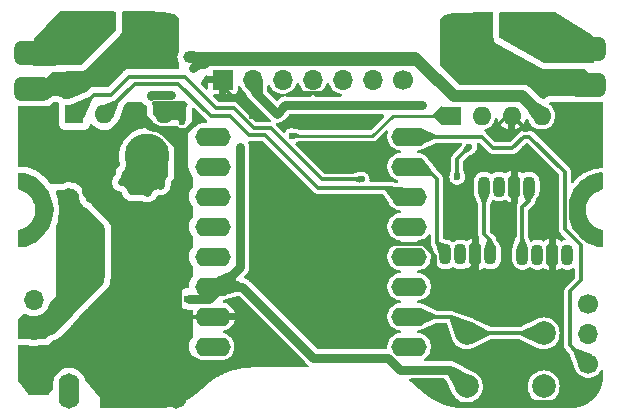
<source format=gbl>
%TF.GenerationSoftware,KiCad,Pcbnew,7.0.1*%
%TF.CreationDate,2024-01-24T12:52:34+01:00*%
%TF.ProjectId,PX-CORE,50582d43-4f52-4452-9e6b-696361645f70,rev?*%
%TF.SameCoordinates,PX675d18cPY8cbe71c*%
%TF.FileFunction,Copper,L2,Bot*%
%TF.FilePolarity,Positive*%
%FSLAX46Y46*%
G04 Gerber Fmt 4.6, Leading zero omitted, Abs format (unit mm)*
G04 Created by KiCad (PCBNEW 7.0.1) date 2024-01-24 12:52:34*
%MOMM*%
%LPD*%
G01*
G04 APERTURE LIST*
G04 Aperture macros list*
%AMRoundRect*
0 Rectangle with rounded corners*
0 $1 Rounding radius*
0 $2 $3 $4 $5 $6 $7 $8 $9 X,Y pos of 4 corners*
0 Add a 4 corners polygon primitive as box body*
4,1,4,$2,$3,$4,$5,$6,$7,$8,$9,$2,$3,0*
0 Add four circle primitives for the rounded corners*
1,1,$1+$1,$2,$3*
1,1,$1+$1,$4,$5*
1,1,$1+$1,$6,$7*
1,1,$1+$1,$8,$9*
0 Add four rect primitives between the rounded corners*
20,1,$1+$1,$2,$3,$4,$5,0*
20,1,$1+$1,$4,$5,$6,$7,0*
20,1,$1+$1,$6,$7,$8,$9,0*
20,1,$1+$1,$8,$9,$2,$3,0*%
G04 Aperture macros list end*
%TA.AperFunction,ComponentPad*%
%ADD10O,3.000000X1.600000*%
%TD*%
%TA.AperFunction,ComponentPad*%
%ADD11C,1.700000*%
%TD*%
%TA.AperFunction,ComponentPad*%
%ADD12O,1.700000X1.700000*%
%TD*%
%TA.AperFunction,ComponentPad*%
%ADD13R,1.700000X1.700000*%
%TD*%
%TA.AperFunction,ComponentPad*%
%ADD14RoundRect,0.500000X1.000000X0.500000X-1.000000X0.500000X-1.000000X-0.500000X1.000000X-0.500000X0*%
%TD*%
%TA.AperFunction,ComponentPad*%
%ADD15O,1.070000X1.800000*%
%TD*%
%TA.AperFunction,ComponentPad*%
%ADD16RoundRect,0.267500X-0.267500X-0.632500X0.267500X-0.632500X0.267500X0.632500X-0.267500X0.632500X0*%
%TD*%
%TA.AperFunction,ComponentPad*%
%ADD17C,0.800000*%
%TD*%
%TA.AperFunction,ComponentPad*%
%ADD18C,2.000000*%
%TD*%
%TA.AperFunction,ComponentPad*%
%ADD19RoundRect,0.950000X-0.950000X-0.950000X0.950000X-0.950000X0.950000X0.950000X-0.950000X0.950000X0*%
%TD*%
%TA.AperFunction,ComponentPad*%
%ADD20C,3.800000*%
%TD*%
%TA.AperFunction,ComponentPad*%
%ADD21R,1.600000X1.600000*%
%TD*%
%TA.AperFunction,ComponentPad*%
%ADD22O,1.600000X1.600000*%
%TD*%
%TA.AperFunction,ComponentPad*%
%ADD23O,1.750000X3.000000*%
%TD*%
%TA.AperFunction,ComponentPad*%
%ADD24RoundRect,0.500000X-1.000000X-0.500000X1.000000X-0.500000X1.000000X0.500000X-1.000000X0.500000X0*%
%TD*%
%TA.AperFunction,ViaPad*%
%ADD25C,0.600000*%
%TD*%
%TA.AperFunction,ViaPad*%
%ADD26C,1.000000*%
%TD*%
%TA.AperFunction,Conductor*%
%ADD27C,0.300000*%
%TD*%
%TA.AperFunction,Conductor*%
%ADD28C,1.000000*%
%TD*%
%TA.AperFunction,Conductor*%
%ADD29C,0.250000*%
%TD*%
%TA.AperFunction,Conductor*%
%ADD30C,0.800000*%
%TD*%
G04 APERTURE END LIST*
D10*
%TO.P,ESP32,1,5*%
%TO.N,/SUCC*%
X33325867Y5726728D03*
%TO.P,ESP32,2,6*%
%TO.N,/BTN*%
X33325867Y8266728D03*
%TO.P,ESP32,3,7*%
%TO.N,/PWM_M1A*%
X33325867Y10806728D03*
%TO.P,ESP32,4,8*%
%TO.N,/PWM_M2B*%
X33325867Y13346728D03*
%TO.P,ESP32,5,9*%
%TO.N,/PIN9*%
X33325867Y15886728D03*
%TO.P,ESP32,6,10*%
%TO.N,/PWM_M1B*%
X33325867Y18426728D03*
%TO.P,ESP32,7,20*%
%TO.N,/LEDS*%
X33325867Y20966728D03*
%TO.P,ESP32,8,21*%
%TO.N,/START*%
X33325867Y23506728D03*
%TO.P,ESP32,9,5V*%
%TO.N,unconnected-(ESP32-5V-Pad9)*%
X16688867Y5726728D03*
%TO.P,ESP32,10,GND*%
%TO.N,GND*%
X16688867Y8266728D03*
%TO.P,ESP32,11,3.3V*%
%TO.N,+3.3V*%
X16688867Y10806728D03*
%TO.P,ESP32,12,4*%
%TO.N,/PIN4*%
X16688867Y13346728D03*
%TO.P,ESP32,13,3*%
%TO.N,/PIN3*%
X16688867Y15886728D03*
%TO.P,ESP32,14,2*%
%TO.N,/PWM_M2A*%
X16688867Y18426728D03*
%TO.P,ESP32,15,1*%
%TO.N,/PIN1*%
X16688867Y20966728D03*
%TO.P,ESP32,16,0*%
%TO.N,/PIN0*%
X16688867Y23506728D03*
%TD*%
D11*
%TO.P,J4,1,Pin_1*%
%TO.N,/PIN9*%
X32792367Y28332230D03*
D12*
%TO.P,J4,2,Pin_2*%
%TO.N,/PIN4*%
X30252367Y28332230D03*
%TO.P,J4,3,Pin_3*%
%TO.N,/PIN3*%
X27712367Y28332230D03*
%TO.P,J4,4,Pin_4*%
%TO.N,/PIN1*%
X25172367Y28332230D03*
%TO.P,J4,5,Pin_5*%
%TO.N,/PIN0*%
X22632367Y28332230D03*
%TO.P,J4,6,Pin_6*%
%TO.N,+3.3V*%
X20092367Y28332230D03*
D13*
%TO.P,J4,7,Pin_7*%
%TO.N,GND*%
X17552367Y28332230D03*
%TD*%
D14*
%TO.P,M1,1,Pin_1*%
%TO.N,Net-(M1-Pin_1)*%
X1441366Y27567232D03*
%TO.P,M1,2,Pin_2*%
%TO.N,Net-(M1-Pin_2)*%
X1441366Y30607232D03*
%TD*%
D15*
%TO.P,LED3,1,DOUT*%
%TO.N,Net-(LED2-DIN)*%
X42925000Y13500000D03*
%TO.P,LED3,2,VDD*%
%TO.N,+3.3V*%
X44195000Y13500000D03*
D16*
%TO.P,LED3,3,GND*%
%TO.N,GND*%
X45465000Y13500000D03*
D15*
%TO.P,LED3,4,DIN*%
%TO.N,unconnected-(LED3-DIN-Pad4)*%
X46735000Y13500000D03*
%TD*%
%TO.P,LED1,1,DOUT*%
%TO.N,/LEDS*%
X36400000Y13525000D03*
%TO.P,LED1,2,VDD*%
%TO.N,+3.3V*%
X37670000Y13525000D03*
D16*
%TO.P,LED1,3,GND*%
%TO.N,GND*%
X38940000Y13525000D03*
D15*
%TO.P,LED1,4,DIN*%
%TO.N,Net-(LED1-DIN)*%
X40210000Y13525000D03*
%TD*%
D17*
%TO.P,REF\u002A\u002A,1*%
%TO.N,/AUX_GND*%
X895807Y19549539D03*
X2194678Y18250668D03*
X895807Y15114917D03*
X2194678Y16413788D03*
%TD*%
D18*
%TO.P,BTN1,1,1*%
%TO.N,/BTN*%
X38225000Y6850000D03*
X44725000Y6850000D03*
%TO.P,BTN1,2,2*%
%TO.N,+3.3V*%
X38225000Y2350000D03*
X44725000Y2350000D03*
%TD*%
D19*
%TO.P,J2,1,Pin_1*%
%TO.N,GND*%
X6175000Y21825000D03*
D20*
%TO.P,J2,2,Pin_2*%
%TO.N,/BATT*%
X11175000Y21825000D03*
%TD*%
D21*
%TO.P,PH1,1,S1*%
%TO.N,/PWM_M1A*%
X4975365Y25382229D03*
D22*
%TO.P,PH1,2,S2*%
%TO.N,/PWM_M1B*%
X7515365Y25382229D03*
%TO.P,PH1,3,GND*%
%TO.N,GND*%
X10055365Y25382229D03*
%TO.P,PH1,4,VCC*%
%TO.N,/BATT*%
X12595365Y25382229D03*
%TO.P,PH1,5,M+*%
%TO.N,Net-(M1-Pin_1)*%
X12595365Y33002229D03*
%TO.P,PH1,6,M+*%
X10055365Y33002229D03*
%TO.P,PH1,7,M-*%
%TO.N,Net-(M1-Pin_2)*%
X7515365Y33002229D03*
%TO.P,PH1,8,M-*%
X4975365Y33002229D03*
%TD*%
D23*
%TO.P,DC-DC_3.3,1,IN+*%
%TO.N,/BATT*%
X4560000Y17630000D03*
%TO.P,DC-DC_3.3,2,IN-*%
%TO.N,GND*%
X13550000Y17670000D03*
%TO.P,DC-DC_3.3,3,OUT+*%
%TO.N,+3.3V*%
X4560000Y1930000D03*
%TO.P,DC-DC_3.3,4,OUT-*%
%TO.N,GND*%
X13550000Y1960000D03*
%TD*%
D11*
%TO.P,START1,1,Pin_1*%
%TO.N,/START*%
X48500000Y4275000D03*
D12*
%TO.P,START1,2,Pin_2*%
%TO.N,GND*%
X48500000Y6815000D03*
D11*
%TO.P,START1,3,Pin_3*%
%TO.N,+3.3V*%
X48500000Y9355000D03*
%TD*%
D13*
%TO.P,J1,1,Pin_1*%
%TO.N,GND*%
X1550000Y4600000D03*
D12*
%TO.P,J1,2,Pin_2*%
%TO.N,/BATT*%
X1550000Y7140000D03*
%TO.P,J1,3,Pin_3*%
%TO.N,/SUCC*%
X1550000Y9680000D03*
%TD*%
D24*
%TO.P,M2,1,Pin_1*%
%TO.N,Net-(M2-Pin_1)*%
X48476364Y30904224D03*
%TO.P,M2,2,Pin_2*%
%TO.N,Net-(M2-Pin_2)*%
X48476364Y27864224D03*
%TD*%
D17*
%TO.P,REF\u002A\u002A,1*%
%TO.N,/AUX_GND*%
X49082262Y15085887D03*
X47783391Y16384758D03*
X49082262Y19520509D03*
X47783391Y18221638D03*
%TD*%
D15*
%TO.P,LED2,1,DOUT*%
%TO.N,Net-(LED1-DIN)*%
X39675000Y19275000D03*
%TO.P,LED2,2,VDD*%
%TO.N,+3.3V*%
X40945000Y19275000D03*
D16*
%TO.P,LED2,3,GND*%
%TO.N,GND*%
X42215000Y19275000D03*
D15*
%TO.P,LED2,4,DIN*%
%TO.N,Net-(LED2-DIN)*%
X43485000Y19275000D03*
%TD*%
D21*
%TO.P,PH2,1,S1*%
%TO.N,/PWM_M2A*%
X36922364Y25272229D03*
D22*
%TO.P,PH2,2,S2*%
%TO.N,/PWM_M2B*%
X39462364Y25272229D03*
%TO.P,PH2,3,GND*%
%TO.N,GND*%
X42002364Y25272229D03*
%TO.P,PH2,4,VCC*%
%TO.N,/BATT*%
X44542364Y25272229D03*
%TO.P,PH2,5,M+*%
%TO.N,Net-(M2-Pin_1)*%
X44542364Y32892229D03*
%TO.P,PH2,6,M+*%
X42002364Y32892229D03*
%TO.P,PH2,7,M-*%
%TO.N,Net-(M2-Pin_2)*%
X39462364Y32892229D03*
%TO.P,PH2,8,M-*%
X36922364Y32892229D03*
%TD*%
D25*
%TO.N,GND*%
X41075000Y23525000D03*
X23825000Y27250000D03*
X4650000Y4600000D03*
X45025000Y9275000D03*
X45550000Y17275000D03*
X43150000Y22475000D03*
X47525000Y22150000D03*
X2800000Y3500000D03*
X30750000Y15175000D03*
X3975000Y5625000D03*
X28450000Y22225000D03*
X40900000Y15600000D03*
X21725000Y5850000D03*
X29750000Y24475000D03*
X20025000Y25275000D03*
X26475000Y27200000D03*
X1800000Y2700000D03*
X24550000Y8050000D03*
X31375000Y22250000D03*
X35350000Y2350000D03*
X40350000Y23975000D03*
X24825000Y24725000D03*
X31025000Y13950000D03*
X47750000Y1850000D03*
X30100000Y10800000D03*
X46250000Y23475000D03*
X36100000Y21650000D03*
X41625000Y1925000D03*
X36200000Y5100000D03*
X2825000Y5275000D03*
X41725000Y10925000D03*
X3400000Y4600000D03*
X27775000Y17775000D03*
X43225000Y24125000D03*
X15375000Y25050000D03*
X36400000Y10200000D03*
X27325000Y24550000D03*
%TO.N,/PWM_M1A*%
X29322366Y19875000D03*
%TO.N,/PWM_M2A*%
X23400000Y23575000D03*
%TO.N,/PWM_M2B*%
X37400000Y20075000D03*
X38425000Y22650000D03*
%TO.N,+3.3V*%
X14549500Y9762500D03*
X34425000Y26150000D03*
X22125000Y25425000D03*
X19050000Y22625000D03*
%TO.N,/BATT*%
X11175000Y18850000D03*
X14106569Y26200000D03*
X9000000Y19650000D03*
X4150000Y10975000D03*
X15025000Y29275000D03*
X11455365Y26965231D03*
X3955000Y9545000D03*
X5375000Y9550000D03*
X12250000Y19450000D03*
X9900000Y18950000D03*
D26*
X14722363Y30232232D03*
D25*
X13200000Y27000000D03*
X14106569Y24700000D03*
X2755000Y8345000D03*
X3040000Y7140000D03*
X4100000Y8200000D03*
%TD*%
D27*
%TO.N,/BTN*%
X44725000Y6850000D02*
X38225000Y6850000D01*
X36808272Y8266728D02*
X38225000Y6850000D01*
X32625867Y8266728D02*
X36808272Y8266728D01*
%TO.N,GND*%
X31521728Y14446728D02*
X34481502Y14446728D01*
X14225000Y17905000D02*
X14225000Y23600000D01*
X13075000Y23975000D02*
X13150000Y23900000D01*
X35550000Y11050000D02*
X36400000Y10200000D01*
D28*
X8750000Y13725000D02*
X8750000Y14425000D01*
D27*
X13520000Y17200000D02*
X13550000Y17170000D01*
D28*
X8750000Y13275000D02*
X8750000Y12425000D01*
D27*
X41647229Y25272229D02*
X40350000Y23975000D01*
X13071510Y23978490D02*
X12203490Y23978490D01*
D28*
X7550000Y18400000D02*
X8750000Y17200000D01*
D27*
X27775000Y17775000D02*
X28150000Y17775000D01*
X1700000Y4600000D02*
X2800000Y3500000D01*
X45025000Y9275000D02*
X45465000Y9715000D01*
X42002364Y25272229D02*
X42077771Y25272229D01*
D28*
X8975000Y13500000D02*
X11725000Y16250000D01*
D27*
X17937508Y3712508D02*
X20075000Y5850000D01*
X10055365Y25382229D02*
X10799752Y25382229D01*
X13725000Y22600000D02*
X13725000Y23100000D01*
X13725000Y22875000D02*
X13725000Y22600000D01*
D28*
X8750000Y13725000D02*
X8750000Y14850000D01*
X13550000Y2500000D02*
X13550000Y2460000D01*
X8750000Y15450000D02*
X8750000Y14850000D01*
D27*
X38940000Y13525000D02*
X38940000Y16160000D01*
X42215000Y21540000D02*
X43150000Y22475000D01*
X13962500Y23250000D02*
X13962500Y23337500D01*
X14475000Y8200000D02*
X13550000Y7275000D01*
X13520000Y17200000D02*
X13962500Y17642500D01*
X46675000Y975000D02*
X47550000Y1850000D01*
X14450000Y24050000D02*
X15375000Y24975000D01*
X13725000Y23900000D02*
X14000000Y23625000D01*
X45465000Y9715000D02*
X45465000Y13500000D01*
X13725000Y17405000D02*
X13725000Y22600000D01*
X27325000Y24550000D02*
X25000000Y24550000D01*
X1550000Y4225000D02*
X475000Y3150000D01*
X1550000Y4600000D02*
X1700000Y4600000D01*
X36450000Y18650000D02*
X36450000Y20350000D01*
X11653490Y24528490D02*
X11915990Y24265990D01*
X6175000Y21825000D02*
X6175000Y20650000D01*
X11692767Y24075000D02*
X11611122Y24075000D01*
X12700000Y23900000D02*
X13150000Y23900000D01*
D28*
X8750000Y17200000D02*
X13520000Y17200000D01*
X8750000Y16250000D02*
X6175000Y18825000D01*
D27*
X14125000Y23900000D02*
X14525000Y23900000D01*
X13520000Y17200000D02*
X13725000Y17405000D01*
X46650000Y1000000D02*
X46675000Y975000D01*
X14125000Y23750000D02*
X14000000Y23625000D01*
X38940000Y13525000D02*
X38940000Y12740000D01*
D28*
X9987500Y15662500D02*
X10575000Y16250000D01*
D27*
X13520000Y17200000D02*
X14450000Y18130000D01*
X12281980Y23900000D02*
X12700000Y23900000D01*
D28*
X8750000Y7300000D02*
X11712500Y4337500D01*
D27*
X13962500Y17642500D02*
X13962500Y22875000D01*
D28*
X8750000Y13275000D02*
X8975000Y13500000D01*
X8750000Y15450000D02*
X8962500Y15662500D01*
X13520000Y17195000D02*
X13520000Y17200000D01*
D27*
X41725000Y10925000D02*
X41725000Y14775000D01*
X14000000Y23600000D02*
X14000000Y23625000D01*
D28*
X11712500Y4337500D02*
X13550000Y2500000D01*
D27*
X13550000Y16125000D02*
X13550000Y17170000D01*
D28*
X6175000Y19775000D02*
X6175000Y21825000D01*
D27*
X17552367Y27747633D02*
X17552367Y28332230D01*
X13075000Y23975000D02*
X13071510Y23978490D01*
D28*
X7550000Y20450000D02*
X7550000Y19150000D01*
D27*
X6175000Y20525000D02*
X7550000Y19150000D01*
X17388867Y8266728D02*
X17322139Y8200000D01*
D28*
X7550000Y19150000D02*
X7550000Y18400000D01*
D27*
X11450000Y4600000D02*
X11712500Y4337500D01*
D28*
X11725000Y16250000D02*
X12125000Y16250000D01*
D27*
X42002364Y25272229D02*
X41647229Y25272229D01*
X14450000Y18130000D02*
X14450000Y24050000D01*
X26457230Y27182230D02*
X23892770Y27182230D01*
X11186858Y24250736D02*
X10055365Y25382229D01*
D28*
X13550000Y16125000D02*
X13550000Y2460000D01*
D27*
X1025000Y2600000D02*
X1700000Y2600000D01*
X13662330Y24225000D02*
X12288351Y24225000D01*
D28*
X8750000Y14850000D02*
X8750000Y13275000D01*
X8750000Y16250000D02*
X10575000Y16250000D01*
D27*
X13725000Y23100000D02*
X13962500Y23337500D01*
X1550000Y4600000D02*
X1550000Y4225000D01*
X47525000Y22200000D02*
X46250000Y23475000D01*
D28*
X8750000Y12425000D02*
X13520000Y17195000D01*
D27*
X11410000Y4600000D02*
X13550000Y2460000D01*
X13962500Y23924830D02*
X13662330Y24225000D01*
X36450000Y21300000D02*
X36100000Y21650000D01*
X13550000Y7275000D02*
X13550000Y2460000D01*
X13725000Y23100000D02*
X13150000Y23675000D01*
X13550000Y17170000D02*
X13550000Y22631981D01*
X13525000Y23775000D02*
X13962500Y23337500D01*
X34481502Y14446728D02*
X35550000Y13378230D01*
X20075000Y5850000D02*
X21725000Y5850000D01*
X47525000Y22150000D02*
X47525000Y22200000D01*
X3400000Y4600000D02*
X4650000Y4600000D01*
X37000000Y18100000D02*
X36450000Y18650000D01*
X38940000Y16160000D02*
X37000000Y18100000D01*
X36200000Y5100000D02*
X38450000Y5100000D01*
D28*
X6498136Y21825000D02*
X10055365Y25382229D01*
X8750000Y12425000D02*
X8750000Y7300000D01*
D27*
X13550000Y2460000D02*
X14802508Y3712508D01*
X12700000Y23900000D02*
X13725000Y22875000D01*
X10055365Y25382229D02*
X10442771Y25382229D01*
X10799752Y25382229D02*
X11653490Y24528490D01*
X1550000Y4600000D02*
X11450000Y4600000D01*
X14825000Y24200000D02*
X15375000Y24750000D01*
X24550000Y8050000D02*
X27350000Y8050000D01*
X13150000Y23900000D02*
X13525000Y23900000D01*
D28*
X8750000Y7300000D02*
X6050000Y4600000D01*
D27*
X45025000Y9275000D02*
X43375000Y9275000D01*
X2800000Y4000000D02*
X3400000Y4600000D01*
X14802508Y3712508D02*
X17937508Y3712508D01*
X27350000Y8050000D02*
X30100000Y10800000D01*
D28*
X9500000Y17200000D02*
X9825000Y17200000D01*
D27*
X13525000Y23900000D02*
X13525000Y23775000D01*
X14525000Y23900000D02*
X14825000Y24200000D01*
X1700000Y2600000D02*
X1800000Y2700000D01*
X43375000Y9275000D02*
X41725000Y10925000D01*
X23892770Y27182230D02*
X23825000Y27250000D01*
X12925000Y24125000D02*
X13000000Y24050000D01*
D28*
X8750000Y17200000D02*
X8750000Y16250000D01*
D27*
X15375000Y24750000D02*
X15375000Y25050000D01*
X11559010Y24265990D02*
X11915990Y24265990D01*
X45465000Y13500000D02*
X45465000Y17190000D01*
X45465000Y17190000D02*
X45550000Y17275000D01*
X27400000Y24475000D02*
X27325000Y24550000D01*
X12925000Y24125000D02*
X13075000Y23975000D01*
X31025000Y13950000D02*
X31521728Y14446728D01*
X3625000Y5275000D02*
X3975000Y5625000D01*
D28*
X7550000Y18400000D02*
X6175000Y19775000D01*
D27*
X42215000Y19275000D02*
X42215000Y21540000D01*
X2800000Y3500000D02*
X2800000Y4000000D01*
D28*
X3400000Y4600000D02*
X1550000Y4600000D01*
D27*
X10442771Y25382229D02*
X11559010Y24265990D01*
X13520000Y17200000D02*
X14225000Y17905000D01*
X47550000Y1850000D02*
X47750000Y1850000D01*
X13550000Y22631981D02*
X12399874Y23782107D01*
X28475000Y22250000D02*
X28450000Y22225000D01*
X1550000Y4600000D02*
X11410000Y4600000D01*
X13150000Y23675000D02*
X13150000Y23900000D01*
D28*
X9825000Y17200000D02*
X12475000Y17200000D01*
D27*
X38450000Y5100000D02*
X41625000Y1925000D01*
X42077771Y25272229D02*
X43225000Y24125000D01*
D28*
X12475000Y17200000D02*
X13550000Y16125000D01*
D27*
X6175000Y21825000D02*
X6175000Y20525000D01*
X25000000Y24550000D02*
X24825000Y24725000D01*
D28*
X8975000Y13500000D02*
X8750000Y13725000D01*
D27*
X17322139Y8200000D02*
X14475000Y8200000D01*
X41725000Y14775000D02*
X40900000Y15600000D01*
X26475000Y27200000D02*
X26457230Y27182230D01*
X13962500Y23337500D02*
X14100000Y23475000D01*
D28*
X13425000Y16250000D02*
X13550000Y16125000D01*
D27*
X6175000Y21825000D02*
X7550000Y20450000D01*
D28*
X8750000Y17200000D02*
X9825000Y17200000D01*
D27*
X14225000Y23600000D02*
X14525000Y23900000D01*
X2825000Y5275000D02*
X3625000Y5275000D01*
X31375000Y22250000D02*
X28475000Y22250000D01*
X13150000Y23900000D02*
X13800000Y23250000D01*
X15375000Y24975000D02*
X15375000Y25050000D01*
X475000Y3150000D02*
X1025000Y2600000D01*
X38940000Y12740000D02*
X36400000Y10200000D01*
X13725000Y23900000D02*
X14125000Y23900000D01*
X6175000Y20650000D02*
X10575000Y16250000D01*
D28*
X10575000Y16250000D02*
X12125000Y16250000D01*
D27*
X13525000Y23900000D02*
X13725000Y23900000D01*
X13000000Y24050000D02*
X14450000Y24050000D01*
D28*
X6050000Y4600000D02*
X4650000Y4600000D01*
D27*
X14125000Y23900000D02*
X14125000Y23750000D01*
D28*
X8962500Y15662500D02*
X9987500Y15662500D01*
D27*
X28150000Y17775000D02*
X30750000Y15175000D01*
X29750000Y24475000D02*
X27400000Y24475000D01*
X13962500Y22875000D02*
X13962500Y23924830D01*
X36450000Y20350000D02*
X36450000Y21300000D01*
X11722665Y24459315D02*
X11653490Y24528490D01*
X12203490Y23978490D02*
X12281980Y23900000D01*
X6175000Y21825000D02*
X6498136Y21825000D01*
D28*
X8750000Y14425000D02*
X9987500Y15662500D01*
D27*
X11653490Y24528490D02*
X12203490Y23978490D01*
X13962500Y22875000D02*
X13962500Y23250000D01*
X35550000Y13378230D02*
X35550000Y11050000D01*
X20025000Y25275000D02*
X17552367Y27747633D01*
D28*
X12125000Y16250000D02*
X13425000Y16250000D01*
D27*
X42550000Y1000000D02*
X46650000Y1000000D01*
X13800000Y23250000D02*
X13962500Y23250000D01*
D28*
X7550000Y19150000D02*
X9500000Y17200000D01*
X6175000Y18825000D02*
X6175000Y19775000D01*
D27*
X41625000Y1925000D02*
X42550000Y1000000D01*
D28*
X8750000Y16250000D02*
X8750000Y15450000D01*
D27*
X14100000Y23475000D02*
X14825000Y24200000D01*
X11722664Y24459314D02*
G75*
G03*
X12288351Y24225000I565684J565686D01*
G01*
X12399864Y23782097D02*
G75*
G03*
X11692767Y24075000I-707116J-707097D01*
G01*
X11186871Y24250749D02*
G75*
G03*
X11611122Y24075000I424277J424251D01*
G01*
%TO.N,/PWM_M1A*%
X18475000Y25950000D02*
X20212500Y24212500D01*
X16950000Y25950000D02*
X18475000Y25950000D01*
X6643136Y27050000D02*
X8075000Y27050000D01*
X21612500Y24212500D02*
X25950000Y19875000D01*
X8075000Y27050000D02*
X9600000Y28575000D01*
X20212500Y24212500D02*
X21612500Y24212500D01*
X14325000Y28575000D02*
X16950000Y25950000D01*
X25950000Y19875000D02*
X29322366Y19875000D01*
X4975365Y25382229D02*
X6643136Y27050000D01*
X9600000Y28575000D02*
X14325000Y28575000D01*
%TO.N,/PWM_M1B*%
X16550000Y25250000D02*
X18150000Y25250000D01*
X18150000Y25250000D02*
X19762500Y23637500D01*
X25650000Y19150000D02*
X31902595Y19150000D01*
X7515366Y25382227D02*
X8890367Y26757231D01*
X13800000Y28000000D02*
X16550000Y25250000D01*
X10133136Y28000000D02*
X13800000Y28000000D01*
X19762500Y23637500D02*
X21162500Y23637500D01*
X31902595Y19150000D02*
X32625867Y18426728D01*
X7515365Y25382229D02*
X10133136Y28000000D01*
X21162500Y23637500D02*
X25650000Y19150000D01*
D29*
%TO.N,/PWM_M2A*%
X31922229Y25272229D02*
X30225000Y23575000D01*
X30225000Y23575000D02*
X23400000Y23575000D01*
X36922364Y25272229D02*
X31922229Y25272229D01*
D27*
X36527368Y25272229D02*
X36922364Y25272229D01*
%TO.N,/PWM_M2B*%
X37400000Y21625000D02*
X38425000Y22650000D01*
X37400000Y20075000D02*
X37400000Y21625000D01*
D30*
%TO.N,+3.3V*%
X19193272Y10806728D02*
X25212952Y4787048D01*
X17388867Y10806728D02*
X18441069Y11858931D01*
X17388867Y10806728D02*
X19193272Y10806728D01*
X22125000Y25425000D02*
X20275000Y27275000D01*
X22850000Y26150000D02*
X22125000Y25425000D01*
X18441069Y11858931D02*
X19050000Y12467861D01*
X20275000Y28149597D02*
X20092367Y28332230D01*
X20275000Y27275000D02*
X20275000Y28149597D01*
X34425000Y26150000D02*
X22850000Y26150000D01*
X31537048Y4787048D02*
X32542270Y3781826D01*
X18441069Y11858931D02*
X16344638Y9762500D01*
X16344638Y9762500D02*
X14650000Y9762500D01*
X36793174Y3781826D02*
X38225000Y2350000D01*
X32542270Y3781826D02*
X36793174Y3781826D01*
X25212952Y4787048D02*
X31537048Y4787048D01*
X19050000Y12467861D02*
X19050000Y22625000D01*
%TO.N,/BATT*%
X13200000Y27000000D02*
X11490134Y27000000D01*
X11490134Y27000000D02*
X11455365Y26965231D01*
X33792365Y30232231D02*
X34674798Y29349798D01*
X4560000Y8660000D02*
X4560000Y17130000D01*
X1550000Y7140000D02*
X2755000Y8345000D01*
X4560000Y17130000D02*
X5820000Y17130000D01*
X4100000Y8275000D02*
X5375000Y9550000D01*
X4100000Y8200000D02*
X4560000Y8660000D01*
X34087298Y29937298D02*
X16262298Y29937298D01*
X32450000Y30232231D02*
X33792365Y30232231D01*
X11175000Y20525000D02*
X12250000Y19450000D01*
X5820000Y17130000D02*
X7100000Y15850000D01*
D28*
X37117368Y26907229D02*
X42907366Y26907230D01*
D30*
X3955000Y9545000D02*
X3955000Y10780000D01*
X3955000Y10780000D02*
X4150000Y10975000D01*
D28*
X42907366Y26907230D02*
X44542368Y25272229D01*
X42907366Y26907230D02*
X37117366Y26907230D01*
D30*
X1550000Y7140000D02*
X3040000Y7140000D01*
X3040000Y7140000D02*
X4100000Y8200000D01*
D28*
X37117366Y26907230D02*
X33868399Y30156197D01*
X33868399Y30156197D02*
X15906197Y30156197D01*
D30*
X9900000Y18950000D02*
X11075000Y18950000D01*
X16557232Y30232232D02*
X17325000Y30232232D01*
X7100000Y11275000D02*
X5375000Y9550000D01*
X34087298Y29937298D02*
X34674798Y29349798D01*
D28*
X15906197Y30156197D02*
X15425000Y29675000D01*
D30*
X4100000Y8200000D02*
X4100000Y8275000D01*
X14722363Y30232232D02*
X17325000Y30232232D01*
X16262298Y29937298D02*
X16000000Y29675000D01*
X2755000Y8345000D02*
X3955000Y9545000D01*
X15425000Y29675000D02*
X16000000Y29675000D01*
X16000000Y29675000D02*
X16557232Y30232232D01*
D28*
X37117366Y26907230D02*
X34087298Y29937298D01*
D30*
X7100000Y15850000D02*
X7100000Y11275000D01*
D28*
X34674798Y29349798D02*
X37117368Y26907229D01*
D30*
X11175000Y21825000D02*
X11175000Y20525000D01*
X11075000Y18950000D02*
X11175000Y18850000D01*
X33792365Y30232231D02*
X34087298Y29937298D01*
X15025000Y29275000D02*
X15425000Y29675000D01*
X17325000Y30232232D02*
X32450000Y30232231D01*
D27*
%TO.N,/LEDS*%
X35675000Y14525000D02*
X36400000Y13800000D01*
X34658272Y20966728D02*
X35675000Y19950000D01*
X35675000Y19950000D02*
X35675000Y14525000D01*
X36400000Y13800000D02*
X36400000Y13525000D01*
X32625867Y20966728D02*
X34658272Y20966728D01*
%TO.N,/START*%
X46950000Y10400000D02*
X46950000Y5825000D01*
X32625867Y23506728D02*
X39468272Y23506728D01*
X40425000Y22550000D02*
X42025000Y22550000D01*
X46525000Y20500000D02*
X46525000Y15650000D01*
X42025000Y22550000D02*
X42050000Y22525000D01*
X42050000Y22525000D02*
X43031728Y23506728D01*
X43518272Y23506728D02*
X46525000Y20500000D01*
X46525000Y15650000D02*
X47875000Y14300000D01*
X47875000Y11325000D02*
X46950000Y10400000D01*
X39468272Y23506728D02*
X40425000Y22550000D01*
X43031728Y23506728D02*
X43518272Y23506728D01*
X47875000Y14300000D02*
X47875000Y11325000D01*
X46950000Y5825000D02*
X48500000Y4275000D01*
%TO.N,Net-(LED1-DIN)*%
X40210000Y14725000D02*
X39675000Y15260000D01*
X39675000Y15260000D02*
X39675000Y19275000D01*
X40210000Y13525000D02*
X40210000Y14725000D01*
%TO.N,Net-(LED2-DIN)*%
X42925000Y17515000D02*
X42925000Y13500000D01*
X43485000Y19275000D02*
X43485000Y18075000D01*
X43485000Y18075000D02*
X42925000Y17515000D01*
%TD*%
%TA.AperFunction,Conductor*%
%TO.N,/BATT*%
G36*
X4607521Y19126019D02*
G01*
X4733491Y19109889D01*
X4754042Y19105459D01*
X4875471Y19068272D01*
X4894975Y19060434D01*
X5008378Y19003258D01*
X5026284Y18992232D01*
X5123757Y18920141D01*
X5161443Y18874864D01*
X5173982Y18817306D01*
X5172242Y18748639D01*
X5182648Y18690580D01*
X5183957Y18681251D01*
X5189926Y18622562D01*
X5199033Y18593533D01*
X5202772Y18578298D01*
X5208141Y18548348D01*
X5230020Y18493575D01*
X5233180Y18484700D01*
X5240588Y18461088D01*
X5250841Y18428412D01*
X5265607Y18401809D01*
X5272337Y18387636D01*
X5283622Y18359383D01*
X5316080Y18310133D01*
X5320961Y18302077D01*
X5349590Y18250499D01*
X5369404Y18227419D01*
X5378856Y18214884D01*
X5395599Y18189479D01*
X5405659Y18179419D01*
X5427377Y18150116D01*
X5439629Y18115761D01*
X5448885Y18068887D01*
X5477253Y17974666D01*
X5523342Y17887719D01*
X5549863Y17847670D01*
X5549866Y17847666D01*
X5549869Y17847662D01*
X5611926Y17771296D01*
X5611929Y17771293D01*
X5729653Y17652262D01*
X5748167Y17637933D01*
X5835084Y17570662D01*
X5879302Y17544967D01*
X5879302Y17544968D01*
X5897998Y17534103D01*
X5902256Y17531408D01*
X5902285Y17531393D01*
X5908293Y17528120D01*
X5915661Y17523839D01*
X5919138Y17522806D01*
X5927475Y17518558D01*
X5963531Y17501936D01*
X5964015Y17501736D01*
X5964711Y17501392D01*
X5965742Y17500917D01*
X5965729Y17500891D01*
X5978548Y17494569D01*
X5994257Y17485499D01*
X6005778Y17479047D01*
X6005819Y17479025D01*
X6011499Y17475940D01*
X6019037Y17471975D01*
X6023222Y17469773D01*
X6031117Y17465750D01*
X6057791Y17447419D01*
X6064386Y17441481D01*
X6074313Y17432775D01*
X6074319Y17432770D01*
X6079239Y17428567D01*
X6080976Y17427122D01*
X6088201Y17420615D01*
X6089780Y17419077D01*
X6089796Y17419062D01*
X6094505Y17414593D01*
X6104236Y17405598D01*
X6117720Y17393457D01*
X6127707Y17383205D01*
X6127728Y17383223D01*
X6128445Y17382447D01*
X6129025Y17381852D01*
X6129384Y17381432D01*
X6156319Y17352296D01*
X7322278Y16186336D01*
X7351452Y16159366D01*
X7351848Y16159028D01*
X7352405Y16158486D01*
X7353221Y16157731D01*
X7353201Y16157710D01*
X7363449Y16147726D01*
X7375573Y16134263D01*
X7384573Y16124526D01*
X7386755Y16122228D01*
X7389057Y16119802D01*
X7389074Y16119785D01*
X7390602Y16118216D01*
X7397104Y16110996D01*
X7398582Y16109219D01*
X7402750Y16104339D01*
X7411448Y16094420D01*
X7417414Y16087794D01*
X7435748Y16061118D01*
X7439769Y16053226D01*
X7443282Y16046547D01*
X7445944Y16041488D01*
X7448964Y16035925D01*
X7455496Y16024261D01*
X7464560Y16008562D01*
X7470887Y15995732D01*
X7470915Y15995744D01*
X7471391Y15994711D01*
X7471731Y15994022D01*
X7471927Y15993547D01*
X7487267Y15960272D01*
X7489282Y15955656D01*
X7505556Y15916214D01*
X7514377Y15894835D01*
X7528060Y15870982D01*
X7544500Y15809283D01*
X7544500Y11592464D01*
X7533955Y11542424D01*
X7526079Y11524568D01*
X7504669Y11411054D01*
X7502279Y11377866D01*
X7500524Y11364183D01*
X7500093Y11361863D01*
X7495863Y11281126D01*
X7495342Y11267886D01*
X7495172Y11261411D01*
X7495143Y11259174D01*
X7494635Y11249471D01*
X7494433Y11247279D01*
X7493924Y11240803D01*
X7493055Y11227549D01*
X7492591Y11218692D01*
X7486694Y11186880D01*
X7483947Y11178423D01*
X7483934Y11178382D01*
X7480048Y11165874D01*
X7478227Y11159731D01*
X7474598Y11146868D01*
X7472303Y11138302D01*
X7459918Y11108401D01*
X7455484Y11100721D01*
X7449028Y11089195D01*
X7445956Y11083539D01*
X7439778Y11071795D01*
X7435743Y11063876D01*
X7417421Y11037216D01*
X7411481Y11030618D01*
X7402795Y11020714D01*
X7398609Y11015816D01*
X7397099Y11014000D01*
X7390648Y11006836D01*
X7389058Y11005204D01*
X7384541Y11000443D01*
X7375612Y10990782D01*
X7363457Y10977282D01*
X7353208Y10967297D01*
X7353228Y10967276D01*
X7352430Y10966539D01*
X7351858Y10965981D01*
X7351450Y10965633D01*
X7322280Y10938668D01*
X5037130Y8653519D01*
X4993537Y8603812D01*
X4973827Y8578126D01*
X4937095Y8523152D01*
X4915475Y8485704D01*
X4909057Y8474245D01*
X4905985Y8468588D01*
X4899784Y8456806D01*
X4895742Y8448874D01*
X4877421Y8422215D01*
X4871443Y8415575D01*
X4862795Y8405714D01*
X4858609Y8400816D01*
X4857099Y8399000D01*
X4850648Y8391836D01*
X4849058Y8390204D01*
X4844541Y8385443D01*
X4835612Y8375782D01*
X4823457Y8362282D01*
X4813208Y8352297D01*
X4813228Y8352276D01*
X4812430Y8351539D01*
X4811858Y8350981D01*
X4811450Y8350633D01*
X4782280Y8323668D01*
X4467727Y8009115D01*
X4467692Y8009077D01*
X4398312Y7939700D01*
X4389085Y7930231D01*
X4384642Y7925550D01*
X4375606Y7915777D01*
X4363451Y7902278D01*
X4353208Y7892297D01*
X4353227Y7892276D01*
X4352454Y7891563D01*
X4351880Y7891002D01*
X4351466Y7890649D01*
X4322282Y7863670D01*
X3376332Y6917720D01*
X3349367Y6888550D01*
X3349019Y6888142D01*
X3348461Y6887570D01*
X3347724Y6886772D01*
X3347703Y6886792D01*
X3337718Y6876543D01*
X3324218Y6864388D01*
X3314557Y6855459D01*
X3309827Y6850971D01*
X3308187Y6849373D01*
X3300996Y6842898D01*
X3299255Y6841450D01*
X3299214Y6841416D01*
X3299208Y6841410D01*
X3294326Y6837240D01*
X3294296Y6837214D01*
X3294287Y6837206D01*
X3284402Y6828537D01*
X3277792Y6822585D01*
X3251120Y6804255D01*
X3243244Y6800242D01*
X3231429Y6794026D01*
X3225846Y6790994D01*
X3214263Y6784507D01*
X3206595Y6780079D01*
X3176698Y6767695D01*
X3168083Y6765387D01*
X3155401Y6761810D01*
X3149265Y6759993D01*
X3136512Y6756033D01*
X3119295Y6750439D01*
X3105445Y6746920D01*
X3105452Y6746892D01*
X3104389Y6746652D01*
X3103620Y6746456D01*
X3103093Y6746359D01*
X3072070Y6739337D01*
X3062891Y6737620D01*
X3051890Y6735989D01*
X3006440Y6724760D01*
X2916001Y6693058D01*
X2833164Y6644855D01*
X2795129Y6617589D01*
X2722875Y6554612D01*
X2722874Y6554611D01*
X2594413Y6419168D01*
X2553409Y6390577D01*
X2504445Y6380500D01*
X2060245Y6380500D01*
X1950837Y6368519D01*
X1914317Y6360422D01*
X1903663Y6358544D01*
X1901246Y6358226D01*
X1893308Y6357181D01*
X1707769Y6307467D01*
X1686484Y6303714D01*
X1560807Y6292718D01*
X1539191Y6292718D01*
X1413514Y6303714D01*
X1392229Y6307467D01*
X1206685Y6357182D01*
X1196307Y6358549D01*
X1185662Y6360426D01*
X1149164Y6368518D01*
X1055096Y6378820D01*
X1039754Y6380500D01*
X307640Y6380500D01*
X245640Y6397113D01*
X200253Y6442500D01*
X183640Y6504500D01*
X183640Y7941668D01*
X192636Y7988038D01*
X218316Y8027676D01*
X588418Y8412012D01*
X629208Y8440108D01*
X677739Y8450000D01*
X964697Y8450000D01*
X1017101Y8438383D01*
X1086337Y8406097D01*
X1314592Y8344937D01*
X1550000Y8324341D01*
X1785408Y8344937D01*
X2013663Y8406097D01*
X2227830Y8505965D01*
X2421401Y8641505D01*
X2588495Y8808599D01*
X2724035Y9002170D01*
X2823903Y9216337D01*
X2885063Y9444592D01*
X2886490Y9460912D01*
X2898048Y9503382D01*
X2923710Y9539135D01*
X3425000Y10025000D01*
X3425000Y15868418D01*
X3434582Y15916214D01*
X3587168Y16281492D01*
X3587168Y16281495D01*
X3587172Y16281502D01*
X3609524Y16347457D01*
X3618216Y16380420D01*
X3631294Y16448841D01*
X3727329Y17245912D01*
X3730942Y17310483D01*
X3730685Y17342146D01*
X3730685Y17342155D01*
X3726025Y17406637D01*
X3726024Y17406651D01*
X3630019Y18107464D01*
X3619651Y18161272D01*
X3613152Y18187310D01*
X3597030Y18239649D01*
X3516941Y18457033D01*
X3432646Y18685832D01*
X3425000Y18728700D01*
X3425000Y18845500D01*
X3441613Y18907500D01*
X3487000Y18952887D01*
X3549000Y18969500D01*
X3883016Y18969500D01*
X3883019Y18969500D01*
X3979008Y18978697D01*
X4025242Y18987639D01*
X4117732Y19014894D01*
X4294533Y19085940D01*
X4314623Y19092092D01*
X4438794Y19118854D01*
X4459633Y19121522D01*
X4586509Y19126911D01*
X4607521Y19126019D01*
G37*
%TD.AperFunction*%
%TA.AperFunction,Conductor*%
G36*
X10881222Y23659618D02*
G01*
X10944003Y23614002D01*
X10955706Y23605499D01*
X11131080Y23516134D01*
X11318274Y23455303D01*
X11512679Y23424504D01*
X11512682Y23424504D01*
X11512707Y23424500D01*
X11611094Y23424500D01*
X11684388Y23424497D01*
X11684388Y23424498D01*
X11684656Y23424497D01*
X11700835Y23423437D01*
X11767031Y23414721D01*
X11798285Y23406346D01*
X11852427Y23383918D01*
X11880450Y23367738D01*
X11933530Y23327007D01*
X11945709Y23316325D01*
X11991721Y23270313D01*
X12005949Y23256085D01*
X12005953Y23256082D01*
X12445175Y22816860D01*
X12863181Y22398855D01*
X12890061Y22358627D01*
X12899500Y22311174D01*
X12899500Y20188154D01*
X12888433Y20136947D01*
X12857208Y20094881D01*
X12851296Y20089703D01*
X12759648Y19983553D01*
X12722710Y19926311D01*
X12663756Y19799082D01*
X12651970Y19723958D01*
X12649535Y19714340D01*
X12648978Y19707257D01*
X12647862Y19697776D01*
X12642023Y19660563D01*
X12641636Y19637070D01*
X12641635Y19637054D01*
X12641217Y19611672D01*
X12640852Y19603990D01*
X12638824Y19578210D01*
X12645949Y19442227D01*
X12644592Y19416341D01*
X12635787Y19360748D01*
X12621952Y19320364D01*
X12595240Y19287065D01*
X12553360Y19250205D01*
X12449253Y19121273D01*
X12397216Y19083410D01*
X12364963Y19071029D01*
X12339924Y19064320D01*
X12283660Y19055408D01*
X12257772Y19054051D01*
X12144621Y19059980D01*
X12039084Y19054449D01*
X11988161Y19046384D01*
X11886082Y19019031D01*
X11791920Y18971052D01*
X11748674Y18942967D01*
X11666547Y18876459D01*
X11600046Y18794334D01*
X11600043Y18794329D01*
X11574238Y18754590D01*
X11571959Y18751081D01*
X11539275Y18686935D01*
X11532786Y18675696D01*
X11490755Y18610974D01*
X11474441Y18590828D01*
X11434170Y18550557D01*
X11414023Y18534242D01*
X11366240Y18503212D01*
X11343145Y18491445D01*
X11289962Y18471029D01*
X11264923Y18464320D01*
X11228913Y18458616D01*
X11208659Y18455408D01*
X11182774Y18454052D01*
X11125885Y18457033D01*
X11100281Y18461088D01*
X11058993Y18472151D01*
X11045254Y18475833D01*
X11021056Y18485121D01*
X11018569Y18486388D01*
X10907068Y18527522D01*
X10850782Y18541034D01*
X10850778Y18541035D01*
X10850776Y18541035D01*
X10732778Y18555000D01*
X10732774Y18555000D01*
X9885802Y18555000D01*
X9872840Y18555679D01*
X9830379Y18560142D01*
X9805023Y18565532D01*
X9750847Y18583135D01*
X9727169Y18593677D01*
X9677827Y18622164D01*
X9656858Y18637400D01*
X9614520Y18675523D01*
X9597177Y18694785D01*
X9566803Y18736590D01*
X9563694Y18740869D01*
X9550734Y18763315D01*
X9527562Y18815361D01*
X9519552Y18840015D01*
X9514902Y18861894D01*
X9482505Y18961818D01*
X9461714Y19008673D01*
X9409359Y19099750D01*
X9392267Y19118852D01*
X9339303Y19178044D01*
X9301337Y19212486D01*
X9216619Y19274602D01*
X9189044Y19287065D01*
X9120894Y19317867D01*
X9072242Y19334010D01*
X8969634Y19356556D01*
X8947820Y19359014D01*
X8920752Y19365192D01*
X8884380Y19377919D01*
X8859365Y19389965D01*
X8826727Y19410473D01*
X8805028Y19427778D01*
X8777779Y19455028D01*
X8760467Y19476735D01*
X8739965Y19509364D01*
X8727917Y19534382D01*
X8717678Y19563643D01*
X8715187Y19570763D01*
X8709010Y19597831D01*
X8707285Y19613137D01*
X8704696Y19636121D01*
X8704696Y19663885D01*
X8709009Y19702171D01*
X8715185Y19729235D01*
X8727919Y19765626D01*
X8739962Y19790632D01*
X8760469Y19823270D01*
X8777781Y19844976D01*
X8796128Y19863322D01*
X8858988Y19939918D01*
X8885866Y19980143D01*
X8932581Y20067538D01*
X8953636Y20136947D01*
X8961348Y20162368D01*
X8970786Y20209819D01*
X8970787Y20209822D01*
X8980500Y20308440D01*
X8980500Y20418804D01*
X8990113Y20466674D01*
X9017461Y20507123D01*
X9087724Y20576368D01*
X9189788Y20676953D01*
X9220389Y20716848D01*
X9274653Y20787588D01*
X9308084Y20846526D01*
X9359491Y20976127D01*
X9373538Y21114847D01*
X9372220Y21150026D01*
X9371002Y21182553D01*
X9346614Y21319843D01*
X9338317Y21345377D01*
X9334442Y21360465D01*
X9324378Y21413224D01*
X9292682Y21579385D01*
X9290734Y21594807D01*
X9276740Y21817229D01*
X9276740Y21832773D01*
X9290734Y22055198D01*
X9292682Y22070616D01*
X9334445Y22289549D01*
X9338311Y22304606D01*
X9407182Y22516568D01*
X9412911Y22531035D01*
X9507794Y22732671D01*
X9515295Y22746316D01*
X9560064Y22816860D01*
X9634705Y22934477D01*
X9643848Y22947061D01*
X9785902Y23118777D01*
X9796555Y23130120D01*
X9959020Y23282686D01*
X9970992Y23292589D01*
X10151297Y23423588D01*
X10164417Y23431915D01*
X10359732Y23539290D01*
X10373791Y23545905D01*
X10581004Y23627947D01*
X10595812Y23632759D01*
X10777497Y23679407D01*
X10831571Y23681105D01*
X10881222Y23659618D01*
G37*
%TD.AperFunction*%
%TA.AperFunction,Conductor*%
G36*
X14376145Y26490561D02*
G01*
X14416373Y26463681D01*
X14545990Y26334064D01*
X14575639Y26286505D01*
X14581319Y26230749D01*
X14561872Y26178187D01*
X14520423Y26115243D01*
X14479990Y26003022D01*
X14466882Y25946416D01*
X14453869Y25827839D01*
X14460994Y25033421D01*
X14451772Y24985371D01*
X14424680Y24944628D01*
X14229532Y24749479D01*
X14175198Y24717728D01*
X14112275Y24716739D01*
X14056969Y24746766D01*
X14047722Y24755449D01*
X14029123Y24765674D01*
X14012862Y24776355D01*
X13996094Y24789362D01*
X13989159Y24792363D01*
X13954199Y24807492D01*
X13943709Y24812631D01*
X13903697Y24834628D01*
X13883130Y24839909D01*
X13864728Y24846209D01*
X13845254Y24854636D01*
X13800167Y24861777D01*
X13788728Y24864146D01*
X13744508Y24875500D01*
X13744507Y24875500D01*
X13723285Y24875500D01*
X13703886Y24877027D01*
X13682926Y24880347D01*
X13682925Y24880347D01*
X13663006Y24878464D01*
X13637469Y24876050D01*
X13625800Y24875500D01*
X12296475Y24875500D01*
X12280293Y24876561D01*
X12267667Y24878223D01*
X12265835Y24878464D01*
X12234580Y24886838D01*
X12228684Y24889281D01*
X12200644Y24905469D01*
X12189094Y24914332D01*
X12176908Y24925018D01*
X12084525Y25017401D01*
X12084524Y25017402D01*
X12078293Y25023633D01*
X12078292Y25023633D01*
X12078286Y25023639D01*
X11666819Y25435107D01*
X11639939Y25475335D01*
X11630500Y25522788D01*
X11630500Y26042259D01*
X11625894Y26087999D01*
X11620351Y26143044D01*
X11610493Y26191495D01*
X11601410Y26220745D01*
X11589901Y26257811D01*
X11580457Y26288225D01*
X11565022Y26316358D01*
X11549754Y26378028D01*
X11567032Y26439167D01*
X11612323Y26483724D01*
X11673737Y26500000D01*
X14328692Y26500000D01*
X14376145Y26490561D01*
G37*
%TD.AperFunction*%
%TD*%
%TA.AperFunction,Conductor*%
%TO.N,GND*%
G36*
X10693585Y26456928D02*
G01*
X10738773Y26415296D01*
X10751690Y26395406D01*
X10885539Y26261557D01*
X10983559Y26197903D01*
X11044295Y26158460D01*
X11045439Y26158021D01*
X11087137Y26131457D01*
X11115142Y26090709D01*
X11125000Y26042258D01*
X11125000Y24624798D01*
X11115461Y24577108D01*
X11058562Y24440551D01*
X10993536Y24284488D01*
X10954201Y24233529D01*
X10894617Y24209159D01*
X10724300Y24187642D01*
X10431737Y24112526D01*
X10150897Y24001333D01*
X9886204Y23855817D01*
X9641839Y23678277D01*
X9421650Y23471504D01*
X9229114Y23238767D01*
X9067268Y22983740D01*
X8938658Y22710429D01*
X8845319Y22423164D01*
X8788719Y22126453D01*
X8769753Y21825001D01*
X8788719Y21523548D01*
X8845319Y21226837D01*
X8865856Y21163632D01*
X8868392Y21095927D01*
X8834964Y21036995D01*
X8697503Y20901525D01*
X8475000Y20682247D01*
X8475000Y22000000D01*
X7825000Y22000000D01*
X4625000Y22000000D01*
X4625000Y19633408D01*
X4618589Y19634229D01*
X4618585Y19634229D01*
X4384658Y19624293D01*
X4233174Y19591645D01*
X4155766Y19574962D01*
X4155765Y19574962D01*
X4155762Y19574961D01*
X3929253Y19483942D01*
X3883019Y19475000D01*
X3275000Y19475000D01*
X3242168Y19474113D01*
X3059721Y19469183D01*
X3001728Y19481827D01*
X2956256Y19519976D01*
X2695682Y19876551D01*
X2650684Y19929953D01*
X2626906Y19954506D01*
X2626904Y19954508D01*
X2574978Y20001195D01*
X2348034Y20178496D01*
X1962181Y20479946D01*
X1909455Y20515558D01*
X1904279Y20519054D01*
X1904274Y20519057D01*
X1874683Y20536192D01*
X1811930Y20566947D01*
X989820Y20901525D01*
X898702Y20928937D01*
X898699Y20928938D01*
X898698Y20928938D01*
X853137Y20938078D01*
X853134Y20938079D01*
X853126Y20938080D01*
X758506Y20947931D01*
X303646Y20952246D01*
X242134Y20969253D01*
X197228Y21014600D01*
X180822Y21076272D01*
X182165Y25949139D01*
X200669Y26014270D01*
X250629Y26059972D01*
X317143Y26072617D01*
X383329Y26066732D01*
X2499402Y26066733D01*
X2618784Y26077346D01*
X2814415Y26133323D01*
X2994773Y26227534D01*
X3152475Y26356123D01*
X3169845Y26377427D01*
X3212383Y26410901D01*
X3265124Y26423063D01*
X3556955Y26424992D01*
X3623102Y26406390D01*
X3669189Y26355422D01*
X3681062Y26287740D01*
X3674865Y26230099D01*
X3674865Y24534360D01*
X3681274Y24474746D01*
X3731569Y24339898D01*
X3817819Y24224683D01*
X3933034Y24138433D01*
X4067882Y24088138D01*
X4127492Y24081729D01*
X5823237Y24081730D01*
X5882848Y24088138D01*
X6017696Y24138433D01*
X6132911Y24224683D01*
X6219161Y24339898D01*
X6269456Y24474746D01*
X6273227Y24509824D01*
X6293604Y24565743D01*
X6337693Y24605728D01*
X6395334Y24620562D01*
X6453247Y24606829D01*
X6498090Y24567692D01*
X6515316Y24543091D01*
X6676224Y24382183D01*
X6862629Y24251662D01*
X6862630Y24251662D01*
X6862631Y24251661D01*
X7068869Y24155490D01*
X7288673Y24096594D01*
X7515365Y24076761D01*
X7742057Y24096594D01*
X7961861Y24155490D01*
X8168099Y24251661D01*
X8354504Y24382182D01*
X8515412Y24543090D01*
X8645933Y24729495D01*
X8715810Y24879349D01*
X8718852Y24885427D01*
X8732136Y24910220D01*
X8738279Y24926637D01*
X8742031Y24935579D01*
X8742104Y24935733D01*
X8742105Y24935737D01*
X8742413Y24936398D01*
X8745254Y24945274D01*
X9182587Y26113745D01*
X9211033Y26157953D01*
X9379279Y26326197D01*
X9379278Y26326197D01*
X9481482Y26428402D01*
X9521329Y26455122D01*
X9568334Y26464714D01*
X10633962Y26471756D01*
X10693585Y26456928D01*
G37*
%TD.AperFunction*%
%TD*%
%TA.AperFunction,Conductor*%
%TO.N,/AUX_GND*%
G36*
X753710Y20442453D02*
G01*
X799271Y20433313D01*
X1621376Y20098738D01*
X1650973Y20081600D01*
X2263769Y19602850D01*
X2287545Y19578298D01*
X2837125Y18826240D01*
X2853362Y18795946D01*
X3122698Y18064894D01*
X3129197Y18038856D01*
X3225202Y17338043D01*
X3225459Y17306380D01*
X3129424Y16509309D01*
X3120732Y16476346D01*
X2803372Y15716614D01*
X2787982Y15689781D01*
X2287757Y15026015D01*
X2263607Y15001804D01*
X1630236Y14521982D01*
X1602424Y14506101D01*
X856580Y14200109D01*
X816628Y14191034D01*
X314756Y14162193D01*
X249795Y14176309D01*
X201460Y14221947D01*
X183642Y14285988D01*
X183643Y14331656D01*
X183642Y14331657D01*
X183641Y15345381D01*
X183824Y15352108D01*
X185493Y15382664D01*
X186959Y15396054D01*
X190495Y15417479D01*
X193418Y15430664D01*
X199259Y15451545D01*
X203601Y15464335D01*
X211677Y15484450D01*
X217386Y15496696D01*
X227618Y15515836D01*
X234621Y15527376D01*
X246866Y15545279D01*
X255098Y15556008D01*
X269211Y15572459D01*
X278549Y15582211D01*
X294380Y15597039D01*
X304737Y15605730D01*
X322068Y15618731D01*
X333313Y15626245D01*
X337470Y15628707D01*
X351963Y15637285D01*
X363938Y15643518D01*
X383725Y15652482D01*
X396291Y15657368D01*
X410890Y15662147D01*
X426554Y15666020D01*
X427224Y15666298D01*
X427232Y15666299D01*
X436663Y15670207D01*
X445511Y15673482D01*
X455229Y15676663D01*
X455234Y15676667D01*
X455921Y15676891D01*
X470333Y15684153D01*
X747315Y15798884D01*
X758224Y15800947D01*
X775151Y15808714D01*
X775154Y15808713D01*
X811262Y15825280D01*
X815469Y15827114D01*
X815893Y15827290D01*
X830744Y15833440D01*
X830745Y15833442D01*
X834258Y15834896D01*
X837276Y15837213D01*
X837282Y15837215D01*
X850429Y15847305D01*
X854114Y15850023D01*
X861555Y15855302D01*
X886492Y15872995D01*
X886492Y15872996D01*
X901680Y15883771D01*
X908923Y15892190D01*
X1112138Y16048127D01*
X1122137Y16052941D01*
X1167037Y16090143D01*
X1170642Y16093020D01*
X1183782Y16103102D01*
X1183785Y16103107D01*
X1186798Y16105418D01*
X1189109Y16108431D01*
X1189115Y16108435D01*
X1199213Y16121598D01*
X1202027Y16125125D01*
X1227392Y16155738D01*
X1227392Y16155741D01*
X1239276Y16170083D01*
X1244089Y16180079D01*
X1400024Y16383295D01*
X1408438Y16390534D01*
X1419214Y16405723D01*
X1419217Y16405724D01*
X1442207Y16438129D01*
X1444918Y16441800D01*
X1454999Y16454936D01*
X1455000Y16454940D01*
X1457314Y16457954D01*
X1458769Y16461469D01*
X1458772Y16461472D01*
X1465105Y16476764D01*
X1466934Y16480955D01*
X1483501Y16517065D01*
X1483500Y16517067D01*
X1491268Y16533996D01*
X1493332Y16544907D01*
X1541086Y16660189D01*
X1591361Y16781563D01*
X1597617Y16790737D01*
X1617892Y16845383D01*
X1619588Y16849706D01*
X1625917Y16864983D01*
X1625917Y16864986D01*
X1627374Y16868502D01*
X1630025Y16888648D01*
X1630709Y16893194D01*
X1637368Y16932372D01*
X1637367Y16932375D01*
X1640487Y16950732D01*
X1639657Y16961811D01*
X1673090Y17215764D01*
X1676756Y17226243D01*
X1678494Y17244784D01*
X1678496Y17244786D01*
X1682203Y17284333D01*
X1682722Y17288931D01*
X1684877Y17305295D01*
X1684876Y17305299D01*
X1685373Y17309069D01*
X1684876Y17312839D01*
X1684877Y17312842D01*
X1682720Y17329221D01*
X1682201Y17333828D01*
X1676758Y17391890D01*
X1673089Y17402375D01*
X1639654Y17656341D01*
X1640484Y17667407D01*
X1637364Y17685768D01*
X1637365Y17685769D01*
X1630712Y17724924D01*
X1630024Y17729484D01*
X1627868Y17745868D01*
X1627866Y17745872D01*
X1627370Y17749644D01*
X1619592Y17768423D01*
X1617897Y17772741D01*
X1597612Y17827412D01*
X1591358Y17836585D01*
X1493334Y18073236D01*
X1491271Y18084144D01*
X1483504Y18101075D01*
X1466934Y18137194D01*
X1465103Y18141391D01*
X1458776Y18156667D01*
X1458774Y18156669D01*
X1457318Y18160186D01*
X1444949Y18176305D01*
X1442209Y18180016D01*
X1419221Y18212415D01*
X1419220Y18212416D01*
X1408453Y18227591D01*
X1400040Y18234832D01*
X1305761Y18357698D01*
X1244090Y18438070D01*
X1239277Y18448066D01*
X1202064Y18492981D01*
X1199174Y18496605D01*
X1197817Y18498373D01*
X1189119Y18509709D01*
X1189116Y18509712D01*
X1186802Y18512727D01*
X1183785Y18515042D01*
X1183783Y18515045D01*
X1170651Y18525121D01*
X1167043Y18528000D01*
X1122152Y18565194D01*
X1112148Y18570013D01*
X908918Y18725957D01*
X901674Y18734375D01*
X854109Y18768124D01*
X850381Y18770874D01*
X834254Y18783248D01*
X815464Y18791031D01*
X811215Y18792885D01*
X758236Y18817189D01*
X747323Y18819255D01*
X606122Y18877741D01*
X470333Y18933986D01*
X455910Y18941252D01*
X445521Y18944653D01*
X436655Y18947935D01*
X426550Y18952120D01*
X410874Y18955995D01*
X396312Y18960763D01*
X383720Y18965660D01*
X363953Y18974617D01*
X351970Y18980855D01*
X343293Y18985991D01*
X333307Y18991902D01*
X322069Y18999411D01*
X304747Y19012404D01*
X294382Y19021101D01*
X278552Y19035929D01*
X269220Y19045677D01*
X255086Y19062153D01*
X246868Y19072862D01*
X234624Y19090759D01*
X227614Y19102311D01*
X217395Y19121431D01*
X211687Y19133674D01*
X203606Y19153803D01*
X199263Y19166598D01*
X193419Y19187491D01*
X190495Y19200674D01*
X186961Y19222076D01*
X185491Y19235492D01*
X183805Y19266390D01*
X183622Y19272822D01*
X181218Y20322423D01*
X197932Y20384880D01*
X243816Y20430434D01*
X306390Y20446697D01*
X753710Y20442453D01*
G37*
%TD.AperFunction*%
%TD*%
%TA.AperFunction,Conductor*%
%TO.N,GND*%
G36*
X37723193Y22989530D02*
G01*
X37768603Y22943934D01*
X37785045Y22881718D01*
X37768092Y22819641D01*
X37609008Y22547553D01*
X37589643Y22522459D01*
X37093569Y22026385D01*
X37072936Y22009756D01*
X37068872Y22007145D01*
X37036351Y21969614D01*
X37030330Y21963146D01*
X37020777Y21953592D01*
X37012677Y21942773D01*
X37007132Y21935893D01*
X36974624Y21898376D01*
X36972618Y21893983D01*
X36959098Y21871198D01*
X36956203Y21867332D01*
X36938851Y21820809D01*
X36935466Y21812635D01*
X36914834Y21767455D01*
X36914147Y21762677D01*
X36907596Y21737010D01*
X36905909Y21732487D01*
X36902365Y21682947D01*
X36901420Y21674154D01*
X36899500Y21660796D01*
X36899500Y21647308D01*
X36899184Y21638461D01*
X36895640Y21588927D01*
X36896666Y21584214D01*
X36899500Y21557856D01*
X36899500Y20755869D01*
X36895449Y20724432D01*
X36781530Y20289779D01*
X36780185Y20281790D01*
X36773850Y20258418D01*
X36763763Y20231820D01*
X36744721Y20075000D01*
X36763763Y19918182D01*
X36819780Y19770477D01*
X36909515Y19640472D01*
X36909516Y19640471D01*
X36909517Y19640470D01*
X37027760Y19535717D01*
X37167635Y19462304D01*
X37321015Y19424500D01*
X37478985Y19424500D01*
X37632365Y19462304D01*
X37772240Y19535717D01*
X37890483Y19640470D01*
X37980220Y19770477D01*
X38036237Y19918182D01*
X38055278Y20075000D01*
X38036237Y20231818D01*
X38026146Y20258424D01*
X38019812Y20281794D01*
X38018469Y20289774D01*
X37904550Y20724432D01*
X37900500Y20755868D01*
X37900500Y21366324D01*
X37909939Y21413777D01*
X37936819Y21454005D01*
X37965550Y21482737D01*
X38297462Y21814650D01*
X38322546Y21834007D01*
X38710457Y22060808D01*
X38726973Y22072564D01*
X38741231Y22081323D01*
X38797240Y22110717D01*
X38915483Y22215470D01*
X39005220Y22345477D01*
X39061237Y22493182D01*
X39080278Y22650000D01*
X39061237Y22806818D01*
X39056374Y22819641D01*
X39049314Y22838258D01*
X39042160Y22897175D01*
X39063206Y22952668D01*
X39107630Y22992025D01*
X39165256Y23006228D01*
X39209596Y23006228D01*
X39257049Y22996789D01*
X39297277Y22969909D01*
X40023613Y22243573D01*
X40040246Y22222933D01*
X40042854Y22218875D01*
X40042856Y22218873D01*
X40042857Y22218872D01*
X40080401Y22186341D01*
X40086865Y22180321D01*
X40096406Y22170779D01*
X40107207Y22162694D01*
X40114100Y22157140D01*
X40151627Y22124623D01*
X40156009Y22122622D01*
X40178806Y22109096D01*
X40182669Y22106204D01*
X40182670Y22106204D01*
X40182671Y22106203D01*
X40229192Y22088852D01*
X40237372Y22085464D01*
X40253442Y22078126D01*
X40282543Y22064835D01*
X40287316Y22064149D01*
X40312998Y22057595D01*
X40317517Y22055909D01*
X40367052Y22052367D01*
X40375837Y22051422D01*
X40389201Y22049500D01*
X40402692Y22049500D01*
X40411538Y22049185D01*
X40461073Y22045641D01*
X40465786Y22046666D01*
X40492144Y22049500D01*
X41867936Y22049500D01*
X41894282Y22046669D01*
X41899963Y22045433D01*
X41916936Y22040450D01*
X41942517Y22030909D01*
X41958877Y22029740D01*
X41969731Y22028963D01*
X41987248Y22026445D01*
X41994261Y22024920D01*
X42013927Y22020641D01*
X42041153Y22022589D01*
X42058847Y22022589D01*
X42086073Y22020641D01*
X42112757Y22026447D01*
X42130259Y22028963D01*
X42157483Y22030909D01*
X42183051Y22040446D01*
X42200019Y22045429D01*
X42226706Y22051234D01*
X42250664Y22064318D01*
X42266749Y22071664D01*
X42292331Y22081204D01*
X42314194Y22097572D01*
X42329051Y22107121D01*
X42353023Y22120209D01*
X42454791Y22221977D01*
X42513371Y22280557D01*
X42513373Y22280561D01*
X43187322Y22954509D01*
X43242905Y22986600D01*
X43307093Y22986600D01*
X43362680Y22954506D01*
X45988181Y20329005D01*
X46015061Y20288777D01*
X46024500Y20241324D01*
X46024500Y15717144D01*
X46021666Y15690786D01*
X46020640Y15686074D01*
X46024184Y15636539D01*
X46024500Y15627692D01*
X46024500Y15614197D01*
X46026419Y15600847D01*
X46027365Y15592053D01*
X46030909Y15542517D01*
X46032594Y15537999D01*
X46039147Y15512324D01*
X46039329Y15511064D01*
X46039835Y15507542D01*
X46060457Y15462388D01*
X46063845Y15454210D01*
X46076001Y15421617D01*
X46081204Y15407669D01*
X46084095Y15403806D01*
X46097620Y15381013D01*
X46099622Y15376628D01*
X46099623Y15376627D01*
X46132147Y15339093D01*
X46137689Y15332214D01*
X46145779Y15321407D01*
X46155321Y15311865D01*
X46161354Y15305385D01*
X46193870Y15267858D01*
X46197927Y15265251D01*
X46218571Y15248615D01*
X46542092Y14925094D01*
X46574596Y14867936D01*
X46573305Y14802195D01*
X46538583Y14746357D01*
X46480193Y14716123D01*
X46459859Y14711801D01*
X46286770Y14634737D01*
X46238499Y14624036D01*
X46189884Y14633046D01*
X46148654Y14660336D01*
X46147184Y14661806D01*
X46008463Y14745665D01*
X45853705Y14793889D01*
X45786456Y14800000D01*
X45765000Y14800000D01*
X45765000Y12200001D01*
X45786459Y12200001D01*
X45853702Y12206111D01*
X46008463Y12254337D01*
X46147179Y12338192D01*
X46148650Y12339662D01*
X46189881Y12366954D01*
X46238498Y12375965D01*
X46286771Y12365264D01*
X46289809Y12363912D01*
X46289811Y12363910D01*
X46459858Y12288200D01*
X46459861Y12288200D01*
X46459862Y12288199D01*
X46641928Y12249500D01*
X46641930Y12249500D01*
X46828070Y12249500D01*
X46828072Y12249500D01*
X47010139Y12288199D01*
X47010140Y12288200D01*
X47010142Y12288200D01*
X47125727Y12339662D01*
X47192096Y12369211D01*
X47192795Y12367640D01*
X47240770Y12385339D01*
X47306794Y12372206D01*
X47356227Y12326511D01*
X47374500Y12261721D01*
X47374500Y11583676D01*
X47365061Y11536223D01*
X47338181Y11495995D01*
X46643569Y10801385D01*
X46622936Y10784756D01*
X46618872Y10782145D01*
X46586351Y10744614D01*
X46580330Y10738146D01*
X46570777Y10728592D01*
X46562677Y10717773D01*
X46557132Y10710893D01*
X46524624Y10673376D01*
X46522618Y10668983D01*
X46509098Y10646198D01*
X46506203Y10642332D01*
X46488851Y10595809D01*
X46485466Y10587635D01*
X46464834Y10542455D01*
X46464147Y10537677D01*
X46457596Y10512010D01*
X46455909Y10507487D01*
X46452365Y10457947D01*
X46451420Y10449154D01*
X46449500Y10435796D01*
X46449500Y10422308D01*
X46449184Y10413461D01*
X46445640Y10363927D01*
X46446666Y10359214D01*
X46449500Y10332856D01*
X46449500Y5892144D01*
X46446666Y5865786D01*
X46445640Y5861074D01*
X46449184Y5811539D01*
X46449500Y5802692D01*
X46449500Y5789197D01*
X46451419Y5775847D01*
X46452365Y5767053D01*
X46455909Y5717517D01*
X46457594Y5712999D01*
X46464147Y5687324D01*
X46464712Y5683397D01*
X46464835Y5682542D01*
X46485457Y5637388D01*
X46488845Y5629210D01*
X46506204Y5582669D01*
X46509095Y5578806D01*
X46522620Y5556013D01*
X46524622Y5551628D01*
X46524623Y5551627D01*
X46557147Y5514093D01*
X46562689Y5507214D01*
X46570779Y5496407D01*
X46580321Y5486865D01*
X46586354Y5480385D01*
X46618870Y5442858D01*
X46622927Y5440251D01*
X46643571Y5423615D01*
X46861803Y5205383D01*
X46890497Y5160513D01*
X47371784Y3852199D01*
X47374670Y3843339D01*
X47375771Y3839472D01*
X47415536Y3759613D01*
X47474941Y3640312D01*
X47609019Y3462763D01*
X47773437Y3312876D01*
X47962595Y3195755D01*
X47962597Y3195755D01*
X47962599Y3195753D01*
X48170060Y3115382D01*
X48388757Y3074500D01*
X48611241Y3074500D01*
X48611243Y3074500D01*
X48829940Y3115382D01*
X49037401Y3195753D01*
X49226562Y3312876D01*
X49378923Y3451772D01*
X49390980Y3462763D01*
X49410386Y3488460D01*
X49525058Y3640311D01*
X49547640Y3685663D01*
X49591424Y3734593D01*
X49654057Y3754306D01*
X49717975Y3739273D01*
X49765255Y3693710D01*
X49782640Y3630391D01*
X49782640Y3319699D01*
X49782375Y3311589D01*
X49758795Y2951819D01*
X49756677Y2935738D01*
X49688421Y2592593D01*
X49684224Y2576927D01*
X49571762Y2245614D01*
X49565554Y2230626D01*
X49410798Y1916821D01*
X49402689Y1902776D01*
X49208309Y1611861D01*
X49198433Y1598991D01*
X48967747Y1335949D01*
X48956280Y1324482D01*
X48693215Y1093776D01*
X48680345Y1083901D01*
X48389431Y889520D01*
X48375385Y881410D01*
X48061585Y726660D01*
X48046600Y720453D01*
X47715289Y607988D01*
X47699622Y603790D01*
X47356471Y535531D01*
X47340388Y533413D01*
X46980617Y509836D01*
X46972508Y509571D01*
X38111375Y509569D01*
X38107278Y509637D01*
X37741227Y521738D01*
X37733050Y522279D01*
X37373924Y558001D01*
X37365803Y559081D01*
X37009825Y618439D01*
X37001791Y620053D01*
X36650488Y702798D01*
X36642580Y704939D01*
X36297537Y810693D01*
X36289785Y813352D01*
X35952482Y941668D01*
X35944926Y944832D01*
X35616812Y1095147D01*
X35609479Y1098804D01*
X35292017Y1270456D01*
X35284942Y1274589D01*
X34979504Y1466838D01*
X34972715Y1471432D01*
X34680661Y1683430D01*
X34674195Y1688457D01*
X34396752Y1919290D01*
X34390630Y1924736D01*
X33862799Y2426458D01*
X33852940Y2437439D01*
X33851615Y2438542D01*
X33851613Y2438544D01*
X33842478Y2446144D01*
X33836375Y2451574D01*
X33826524Y2460939D01*
X33814458Y2469458D01*
X33560110Y2681081D01*
X33549538Y2691397D01*
X33538541Y2699380D01*
X33532080Y2704403D01*
X33522961Y2711990D01*
X33522959Y2711991D01*
X33521636Y2713092D01*
X33509032Y2720797D01*
X33390306Y2806975D01*
X33350966Y2854489D01*
X33339389Y2915079D01*
X33358437Y2973750D01*
X33403399Y3015983D01*
X33463146Y3031326D01*
X36282685Y3031326D01*
X36347427Y3013083D01*
X36393118Y2963722D01*
X36521668Y2711992D01*
X36979605Y1815247D01*
X36992838Y1794386D01*
X37000510Y1780370D01*
X37050965Y1672170D01*
X37186505Y1478599D01*
X37353599Y1311505D01*
X37547170Y1175965D01*
X37761337Y1076097D01*
X37989592Y1014937D01*
X38225000Y994341D01*
X38460408Y1014937D01*
X38688663Y1076097D01*
X38902830Y1175965D01*
X39096401Y1311505D01*
X39263495Y1478599D01*
X39399035Y1672170D01*
X39498903Y1886337D01*
X39560063Y2114592D01*
X39580659Y2350000D01*
X39580659Y2350001D01*
X43369340Y2350001D01*
X43389936Y2114593D01*
X43434709Y1947499D01*
X43451097Y1886337D01*
X43550965Y1672170D01*
X43686505Y1478599D01*
X43853599Y1311505D01*
X44047170Y1175965D01*
X44261337Y1076097D01*
X44489592Y1014937D01*
X44725000Y994341D01*
X44960408Y1014937D01*
X45188663Y1076097D01*
X45402830Y1175965D01*
X45596401Y1311505D01*
X45763495Y1478599D01*
X45899035Y1672170D01*
X45998903Y1886337D01*
X46060063Y2114592D01*
X46080659Y2350000D01*
X46071097Y2459286D01*
X46060063Y2585408D01*
X46034428Y2681081D01*
X45998903Y2813663D01*
X45899035Y3027829D01*
X45763495Y3221401D01*
X45596401Y3388495D01*
X45402830Y3524035D01*
X45188663Y3623903D01*
X45127423Y3640312D01*
X44960407Y3685064D01*
X44725000Y3705660D01*
X44489592Y3685064D01*
X44261336Y3623903D01*
X44047170Y3524035D01*
X43853598Y3388495D01*
X43686505Y3221402D01*
X43550965Y3027830D01*
X43451097Y2813664D01*
X43389936Y2585408D01*
X43369340Y2350001D01*
X39580659Y2350001D01*
X39571097Y2459286D01*
X39560063Y2585408D01*
X39534428Y2681081D01*
X39498903Y2813663D01*
X39399035Y3027829D01*
X39263495Y3221401D01*
X39096401Y3388495D01*
X38902830Y3524035D01*
X38794628Y3574491D01*
X38780614Y3582161D01*
X38777418Y3584189D01*
X38759748Y3595397D01*
X37300194Y4340743D01*
X37279684Y4353908D01*
X37268627Y4362650D01*
X37265857Y4364906D01*
X37208388Y4413128D01*
X37208386Y4413129D01*
X37207421Y4413939D01*
X37190995Y4424404D01*
X37121865Y4456640D01*
X37118621Y4458211D01*
X37050480Y4492432D01*
X37032077Y4498829D01*
X36957385Y4514252D01*
X36953866Y4515032D01*
X36879664Y4532618D01*
X36860295Y4534597D01*
X36784043Y4532378D01*
X36780437Y4532326D01*
X34723307Y4532326D01*
X34663972Y4547444D01*
X34619104Y4589111D01*
X34599646Y4647168D01*
X34610340Y4707458D01*
X34648580Y4755280D01*
X34728201Y4815408D01*
X34804274Y4872856D01*
X34947919Y5030426D01*
X35060165Y5211709D01*
X35137188Y5410530D01*
X35176367Y5620118D01*
X35176367Y5833338D01*
X35137188Y6042926D01*
X35060165Y6241747D01*
X34947919Y6423030D01*
X34804274Y6580600D01*
X34804273Y6580601D01*
X34804272Y6580602D01*
X34634119Y6709097D01*
X34443257Y6804133D01*
X34238177Y6862485D01*
X34121917Y6873257D01*
X34064865Y6893361D01*
X34024113Y6938064D01*
X34009358Y6996728D01*
X34024113Y7055392D01*
X34064865Y7100095D01*
X34121917Y7120199D01*
X34238177Y7130972D01*
X34280341Y7142969D01*
X34443256Y7189323D01*
X34455512Y7195427D01*
X34471440Y7202018D01*
X34484055Y7206236D01*
X35615519Y7721402D01*
X35689489Y7755081D01*
X35740872Y7766228D01*
X36378244Y7766228D01*
X36427736Y7755923D01*
X36469002Y7726721D01*
X36495183Y7683475D01*
X36944382Y6409963D01*
X36947216Y6400816D01*
X36951096Y6386337D01*
X36955198Y6377540D01*
X36959748Y6366399D01*
X36961757Y6360705D01*
X36961759Y6360700D01*
X36961761Y6360696D01*
X36967511Y6349500D01*
X36974738Y6335427D01*
X36976814Y6331187D01*
X37050965Y6172170D01*
X37186505Y5978599D01*
X37353599Y5811505D01*
X37547170Y5675965D01*
X37761337Y5576097D01*
X37989592Y5514937D01*
X38225000Y5494341D01*
X38460408Y5514937D01*
X38688663Y5576097D01*
X38735457Y5597919D01*
X38749915Y5603586D01*
X38754265Y5604985D01*
X38772251Y5610765D01*
X40290738Y6337355D01*
X40344260Y6349500D01*
X42605740Y6349500D01*
X42659262Y6337354D01*
X44177743Y5610767D01*
X44177745Y5610767D01*
X44177748Y5610765D01*
X44200092Y5603584D01*
X44214541Y5597919D01*
X44261337Y5576097D01*
X44489592Y5514937D01*
X44725000Y5494341D01*
X44960408Y5514937D01*
X45188663Y5576097D01*
X45402830Y5675965D01*
X45596401Y5811505D01*
X45763495Y5978599D01*
X45899035Y6172170D01*
X45998903Y6386337D01*
X46060063Y6614592D01*
X46080659Y6850000D01*
X46060063Y7085408D01*
X45998903Y7313663D01*
X45899035Y7527829D01*
X45763495Y7721401D01*
X45596401Y7888495D01*
X45402830Y8024035D01*
X45188663Y8123903D01*
X45127502Y8140291D01*
X44960407Y8185064D01*
X44725000Y8205660D01*
X44489592Y8185064D01*
X44261336Y8123903D01*
X44214553Y8102088D01*
X44200090Y8096418D01*
X44177749Y8089239D01*
X42914260Y7484662D01*
X42764195Y7412856D01*
X42659262Y7362646D01*
X42605740Y7350500D01*
X40344260Y7350500D01*
X40290738Y7362646D01*
X38772254Y8089236D01*
X38751961Y8095758D01*
X38733264Y8103503D01*
X38714304Y8113239D01*
X38714300Y8113241D01*
X38714295Y8113243D01*
X38708601Y8115252D01*
X38697460Y8119802D01*
X38688663Y8123904D01*
X38674184Y8127784D01*
X38665037Y8130618D01*
X37109635Y8679247D01*
X37098361Y8685801D01*
X37097859Y8684700D01*
X37077258Y8694109D01*
X37054466Y8707633D01*
X37050603Y8710524D01*
X37050601Y8710525D01*
X37004062Y8727883D01*
X36995894Y8731267D01*
X36973276Y8741596D01*
X36950730Y8751893D01*
X36949875Y8752016D01*
X36945948Y8752581D01*
X36920273Y8759134D01*
X36915755Y8760819D01*
X36866219Y8764363D01*
X36857425Y8765309D01*
X36844075Y8767228D01*
X36844071Y8767228D01*
X36830580Y8767228D01*
X36821733Y8767544D01*
X36772198Y8771088D01*
X36767486Y8770062D01*
X36741128Y8767228D01*
X35740872Y8767228D01*
X35689489Y8778375D01*
X34484058Y9327220D01*
X34483969Y9327250D01*
X34471429Y9331444D01*
X34455500Y9338037D01*
X34443257Y9344133D01*
X34238177Y9402485D01*
X34121917Y9413257D01*
X34064865Y9433361D01*
X34024113Y9478064D01*
X34009358Y9536728D01*
X34024113Y9595392D01*
X34064865Y9640095D01*
X34121917Y9660199D01*
X34238177Y9670972D01*
X34275976Y9681727D01*
X34443256Y9729323D01*
X34538297Y9776648D01*
X34634119Y9824360D01*
X34636168Y9825907D01*
X34804274Y9952856D01*
X34947919Y10110426D01*
X35060165Y10291709D01*
X35137188Y10490530D01*
X35176367Y10700118D01*
X35176367Y10913338D01*
X35137188Y11122926D01*
X35060165Y11321747D01*
X34947919Y11503030D01*
X34804274Y11660600D01*
X34804273Y11660601D01*
X34804272Y11660602D01*
X34634119Y11789097D01*
X34443257Y11884133D01*
X34238177Y11942485D01*
X34121917Y11953257D01*
X34064865Y11973361D01*
X34024113Y12018064D01*
X34009358Y12076728D01*
X34024113Y12135392D01*
X34064865Y12180095D01*
X34121917Y12200199D01*
X34238177Y12210972D01*
X34238176Y12210972D01*
X34443256Y12269323D01*
X34581565Y12338192D01*
X34634119Y12364360D01*
X34634519Y12364662D01*
X34804274Y12492856D01*
X34947919Y12650426D01*
X35060165Y12831709D01*
X35137188Y13030530D01*
X35176367Y13240118D01*
X35176367Y13453338D01*
X35137188Y13662926D01*
X35060165Y13861747D01*
X34947919Y14043030D01*
X34804274Y14200600D01*
X34804273Y14200601D01*
X34804272Y14200602D01*
X34634119Y14329097D01*
X34443257Y14424133D01*
X34238177Y14482485D01*
X34121917Y14493257D01*
X34064865Y14513361D01*
X34024113Y14558064D01*
X34009358Y14616728D01*
X34024113Y14675392D01*
X34064865Y14720095D01*
X34121917Y14740199D01*
X34238177Y14750972D01*
X34277737Y14762228D01*
X34443256Y14809323D01*
X34566013Y14870448D01*
X34634119Y14904360D01*
X34634122Y14904362D01*
X34804274Y15032856D01*
X34947919Y15190426D01*
X34947920Y15190428D01*
X34955660Y15198918D01*
X34957313Y15197411D01*
X34991165Y15229434D01*
X35052792Y15244531D01*
X35113818Y15227167D01*
X35158267Y15181889D01*
X35174500Y15120552D01*
X35174500Y14640136D01*
X35174392Y14634964D01*
X35173785Y14620430D01*
X35174500Y14607582D01*
X35174500Y14592144D01*
X35171666Y14565786D01*
X35170640Y14561074D01*
X35174184Y14511539D01*
X35174500Y14502692D01*
X35174500Y14489197D01*
X35176419Y14475847D01*
X35177365Y14467053D01*
X35180909Y14417517D01*
X35182594Y14412999D01*
X35189147Y14387324D01*
X35189712Y14383397D01*
X35189835Y14382542D01*
X35210457Y14337388D01*
X35213845Y14329210D01*
X35230522Y14284496D01*
X35231204Y14282669D01*
X35234095Y14278806D01*
X35247619Y14256014D01*
X35257028Y14235413D01*
X35255352Y14234648D01*
X35267047Y14212673D01*
X35484338Y13408996D01*
X35493454Y13382930D01*
X35497687Y13367816D01*
X35505890Y13329282D01*
X35510202Y13313336D01*
X35514500Y13280972D01*
X35514500Y13113589D01*
X35517128Y13088589D01*
X35529079Y12974879D01*
X35586598Y12797851D01*
X35679668Y12636649D01*
X35804219Y12498321D01*
X35954811Y12388910D01*
X36124860Y12313199D01*
X36306928Y12274500D01*
X36306930Y12274500D01*
X36493070Y12274500D01*
X36493072Y12274500D01*
X36675139Y12313199D01*
X36675140Y12313200D01*
X36675142Y12313200D01*
X36845189Y12388910D01*
X36962117Y12473864D01*
X37009219Y12494834D01*
X37060781Y12494834D01*
X37107882Y12473864D01*
X37220620Y12391955D01*
X37224811Y12388910D01*
X37394860Y12313199D01*
X37576928Y12274500D01*
X37576930Y12274500D01*
X37763070Y12274500D01*
X37763072Y12274500D01*
X37908572Y12305427D01*
X37945142Y12313200D01*
X38115189Y12388910D01*
X38115192Y12388913D01*
X38118228Y12390264D01*
X38166501Y12400966D01*
X38215118Y12391955D01*
X38256349Y12364663D01*
X38257820Y12363192D01*
X38396536Y12279336D01*
X38551294Y12231112D01*
X38618544Y12225000D01*
X38640000Y12225000D01*
X38640000Y14824999D01*
X38618541Y14824999D01*
X38551297Y14818890D01*
X38396538Y14770665D01*
X38257815Y14686805D01*
X38256343Y14685332D01*
X38215113Y14658045D01*
X38166499Y14649036D01*
X38118230Y14659737D01*
X37945140Y14736802D01*
X37763072Y14775500D01*
X37763070Y14775500D01*
X37576930Y14775500D01*
X37576928Y14775500D01*
X37394860Y14736802D01*
X37224808Y14661090D01*
X37107885Y14576140D01*
X37060781Y14555168D01*
X37009219Y14555168D01*
X36962115Y14576140D01*
X36845191Y14661090D01*
X36675139Y14736802D01*
X36499031Y14774234D01*
X36486118Y14777716D01*
X36267596Y14849489D01*
X36260805Y14851720D01*
X36216332Y14877554D01*
X36186167Y14919212D01*
X36175500Y14969527D01*
X36175500Y18863589D01*
X38789500Y18863589D01*
X38804079Y18724880D01*
X38804080Y18724877D01*
X38844487Y18600514D01*
X38846939Y18591929D01*
X38853039Y18567229D01*
X39165715Y17781386D01*
X39174500Y17735544D01*
X39174500Y15327146D01*
X39171667Y15300791D01*
X39170640Y15296074D01*
X39174184Y15246539D01*
X39174500Y15237692D01*
X39174500Y15224197D01*
X39176419Y15210847D01*
X39177365Y15202053D01*
X39180909Y15152517D01*
X39182594Y15147999D01*
X39189147Y15122324D01*
X39189712Y15118397D01*
X39189835Y15117542D01*
X39210457Y15072388D01*
X39213845Y15064210D01*
X39225539Y15032856D01*
X39231204Y15017669D01*
X39234095Y15013806D01*
X39247620Y14991013D01*
X39257029Y14970412D01*
X39255876Y14969886D01*
X39272039Y14937599D01*
X39269852Y14876305D01*
X39240000Y14825991D01*
X39240000Y12225001D01*
X39261459Y12225001D01*
X39328702Y12231111D01*
X39483463Y12279337D01*
X39622179Y12363192D01*
X39623650Y12364662D01*
X39664881Y12391954D01*
X39713498Y12400965D01*
X39761771Y12390264D01*
X39764809Y12388912D01*
X39764811Y12388910D01*
X39934858Y12313200D01*
X39934861Y12313200D01*
X39934862Y12313199D01*
X40116928Y12274500D01*
X40116930Y12274500D01*
X40303070Y12274500D01*
X40303072Y12274500D01*
X40485139Y12313199D01*
X40485140Y12313200D01*
X40485142Y12313200D01*
X40655189Y12388910D01*
X40805779Y12498320D01*
X40930331Y12636649D01*
X41023401Y12797851D01*
X41080921Y12974880D01*
X41092873Y13088592D01*
X42039500Y13088592D01*
X42054079Y12949879D01*
X42111598Y12772851D01*
X42204668Y12611649D01*
X42329219Y12473321D01*
X42479811Y12363910D01*
X42649860Y12288199D01*
X42831928Y12249500D01*
X42831930Y12249500D01*
X43018070Y12249500D01*
X43018072Y12249500D01*
X43200139Y12288199D01*
X43200140Y12288200D01*
X43200142Y12288200D01*
X43370189Y12363910D01*
X43487117Y12448864D01*
X43534219Y12469834D01*
X43585781Y12469834D01*
X43632882Y12448864D01*
X43733219Y12375965D01*
X43749811Y12363910D01*
X43919860Y12288199D01*
X44101928Y12249500D01*
X44101930Y12249500D01*
X44288070Y12249500D01*
X44288072Y12249500D01*
X44409451Y12275300D01*
X44470142Y12288200D01*
X44640189Y12363910D01*
X44640192Y12363913D01*
X44643228Y12365264D01*
X44691501Y12375966D01*
X44740118Y12366955D01*
X44781349Y12339663D01*
X44782820Y12338192D01*
X44921536Y12254336D01*
X45076294Y12206112D01*
X45143544Y12200000D01*
X45165000Y12200000D01*
X45165000Y14799999D01*
X45143541Y14799999D01*
X45076297Y14793890D01*
X44921538Y14745665D01*
X44782815Y14661805D01*
X44781343Y14660332D01*
X44740113Y14633045D01*
X44691499Y14624036D01*
X44643230Y14634737D01*
X44470140Y14711802D01*
X44288072Y14750500D01*
X44288070Y14750500D01*
X44101930Y14750500D01*
X44101928Y14750500D01*
X43919862Y14711802D01*
X43919857Y14711800D01*
X43919858Y14711800D01*
X43749811Y14636090D01*
X43749809Y14636090D01*
X43749805Y14636087D01*
X43744495Y14632229D01*
X43692981Y14610404D01*
X43637117Y14613444D01*
X43588275Y14640730D01*
X43556399Y14686705D01*
X43434285Y14993614D01*
X43425500Y15039456D01*
X43425500Y17256324D01*
X43434939Y17303776D01*
X43461816Y17344003D01*
X43655444Y17537632D01*
X43661268Y17543089D01*
X43662017Y17543748D01*
X43662020Y17543749D01*
X43667236Y17548330D01*
X43669608Y17551150D01*
X43676789Y17558977D01*
X43791430Y17673618D01*
X43812069Y17690249D01*
X43816128Y17692857D01*
X43848654Y17730397D01*
X43854658Y17736845D01*
X43864221Y17746407D01*
X43872313Y17757218D01*
X43877853Y17764094D01*
X43910377Y17801627D01*
X43912375Y17806003D01*
X43925907Y17828810D01*
X43926231Y17829243D01*
X43928796Y17832669D01*
X43946153Y17879209D01*
X43949534Y17887370D01*
X43970165Y17932543D01*
X43970851Y17937319D01*
X43977405Y17962999D01*
X43979091Y17967517D01*
X43981807Y18005496D01*
X43999702Y18061338D01*
X44029783Y18110530D01*
X44178459Y18353672D01*
X44192095Y18371951D01*
X44205331Y18386649D01*
X44298401Y18547851D01*
X44355921Y18724880D01*
X44370500Y18863589D01*
X44370500Y19686411D01*
X44355921Y19825120D01*
X44325683Y19918182D01*
X44298401Y20002150D01*
X44205331Y20163352D01*
X44080780Y20301680D01*
X43930188Y20411091D01*
X43760139Y20486802D01*
X43578072Y20525500D01*
X43578070Y20525500D01*
X43391930Y20525500D01*
X43391928Y20525500D01*
X43209859Y20486802D01*
X43036770Y20409737D01*
X42988499Y20399036D01*
X42939884Y20408046D01*
X42898654Y20435336D01*
X42897184Y20436806D01*
X42758463Y20520665D01*
X42603705Y20568889D01*
X42536456Y20575000D01*
X42515000Y20575000D01*
X42515000Y17972785D01*
X42543063Y17925489D01*
X42545253Y17864197D01*
X42517801Y17809353D01*
X42499623Y17788374D01*
X42499623Y17788373D01*
X42497618Y17783983D01*
X42484098Y17761198D01*
X42481203Y17757332D01*
X42463851Y17710809D01*
X42460466Y17702635D01*
X42439834Y17657455D01*
X42439147Y17652677D01*
X42432596Y17627010D01*
X42430909Y17622487D01*
X42427365Y17572947D01*
X42426420Y17564163D01*
X42425678Y17558989D01*
X42424500Y17550796D01*
X42424500Y17537308D01*
X42424184Y17528461D01*
X42420640Y17478927D01*
X42421666Y17474214D01*
X42424500Y17447856D01*
X42424500Y15039456D01*
X42415715Y14993614D01*
X42103038Y14207771D01*
X42096938Y14183068D01*
X42094486Y14174481D01*
X42054079Y14050122D01*
X42054078Y14050120D01*
X42054079Y14050120D01*
X42042128Y13936408D01*
X42039500Y13911408D01*
X42039500Y13088592D01*
X41092873Y13088592D01*
X41095500Y13113589D01*
X41095500Y13936411D01*
X41080921Y14075120D01*
X41037820Y14207771D01*
X41023401Y14252150D01*
X40930331Y14413351D01*
X40917103Y14428042D01*
X40903465Y14446323D01*
X40724700Y14738669D01*
X40706806Y14794509D01*
X40704091Y14832483D01*
X40702405Y14837002D01*
X40695851Y14862684D01*
X40695165Y14867457D01*
X40674536Y14912628D01*
X40671148Y14920808D01*
X40653797Y14967329D01*
X40651489Y14970412D01*
X40650904Y14971194D01*
X40637377Y14993993D01*
X40635377Y14998373D01*
X40635375Y14998375D01*
X40635375Y14998376D01*
X40602852Y15035910D01*
X40597298Y15042802D01*
X40589219Y15053594D01*
X40579683Y15063130D01*
X40573665Y15069592D01*
X40541128Y15107143D01*
X40537066Y15109754D01*
X40516427Y15126386D01*
X40401809Y15241004D01*
X40394606Y15248854D01*
X40392234Y15251673D01*
X40386268Y15256913D01*
X40380415Y15262399D01*
X40211819Y15430995D01*
X40184939Y15471223D01*
X40175500Y15518676D01*
X40175500Y17735544D01*
X40184285Y17781386D01*
X40236138Y17911709D01*
X40306398Y18088295D01*
X40338276Y18134271D01*
X40387119Y18161557D01*
X40442984Y18164596D01*
X40494498Y18142769D01*
X40499808Y18138911D01*
X40669860Y18063199D01*
X40851928Y18024500D01*
X40851930Y18024500D01*
X41038070Y18024500D01*
X41038072Y18024500D01*
X41159451Y18050300D01*
X41220142Y18063200D01*
X41390189Y18138910D01*
X41390192Y18138913D01*
X41393228Y18140264D01*
X41441501Y18150966D01*
X41490118Y18141955D01*
X41531349Y18114663D01*
X41532820Y18113192D01*
X41671536Y18029336D01*
X41826294Y17981112D01*
X41893544Y17975000D01*
X41915000Y17975000D01*
X41915000Y20574999D01*
X41893541Y20574999D01*
X41826297Y20568890D01*
X41671538Y20520665D01*
X41532815Y20436805D01*
X41531343Y20435332D01*
X41490113Y20408045D01*
X41441499Y20399036D01*
X41393230Y20409737D01*
X41220140Y20486802D01*
X41038072Y20525500D01*
X41038070Y20525500D01*
X40851930Y20525500D01*
X40851928Y20525500D01*
X40669860Y20486802D01*
X40499808Y20411090D01*
X40382885Y20326140D01*
X40335781Y20305168D01*
X40284219Y20305168D01*
X40237115Y20326140D01*
X40120191Y20411090D01*
X39950139Y20486802D01*
X39768072Y20525500D01*
X39768070Y20525500D01*
X39581930Y20525500D01*
X39581928Y20525500D01*
X39399860Y20486802D01*
X39229811Y20411091D01*
X39079219Y20301680D01*
X38954668Y20163352D01*
X38861598Y20002150D01*
X38804079Y19825122D01*
X38800330Y19789447D01*
X38789500Y19686411D01*
X38789500Y18863589D01*
X36175500Y18863589D01*
X36175500Y19882856D01*
X36178334Y19909214D01*
X36179359Y19913927D01*
X36175816Y19963461D01*
X36175500Y19972308D01*
X36175500Y19985797D01*
X36175500Y19985799D01*
X36173578Y19999163D01*
X36172633Y20007954D01*
X36169091Y20057483D01*
X36167405Y20062002D01*
X36160851Y20087684D01*
X36160165Y20092457D01*
X36139536Y20137628D01*
X36136148Y20145808D01*
X36118797Y20192329D01*
X36115906Y20196191D01*
X36102377Y20218993D01*
X36100377Y20223373D01*
X36070268Y20258121D01*
X36067860Y20260900D01*
X36062306Y20267793D01*
X36054221Y20278594D01*
X36044679Y20288135D01*
X36038659Y20294599D01*
X36006128Y20332143D01*
X36006127Y20332144D01*
X36006125Y20332146D01*
X36002067Y20334754D01*
X35981427Y20351387D01*
X35760682Y20572132D01*
X35744878Y20591499D01*
X35740857Y20597590D01*
X35603721Y20768993D01*
X35097145Y21402149D01*
X35078343Y21434823D01*
X35060166Y21481745D01*
X34963131Y21638461D01*
X34947919Y21663030D01*
X34804274Y21820600D01*
X34804273Y21820601D01*
X34804272Y21820602D01*
X34634119Y21949097D01*
X34443257Y22044133D01*
X34238177Y22102485D01*
X34121917Y22113257D01*
X34064865Y22133361D01*
X34024113Y22178064D01*
X34009358Y22236728D01*
X34024113Y22295392D01*
X34064865Y22340095D01*
X34121917Y22360199D01*
X34238177Y22370972D01*
X34238176Y22370972D01*
X34443256Y22429323D01*
X34455512Y22435427D01*
X34471440Y22442018D01*
X34484055Y22446236D01*
X35596337Y22952668D01*
X35689489Y22995081D01*
X35740872Y23006228D01*
X37661046Y23006228D01*
X37723193Y22989530D01*
G37*
%TD.AperFunction*%
%TA.AperFunction,Conductor*%
G36*
X18913030Y10002347D02*
G01*
X18968290Y9970342D01*
X24637221Y4301411D01*
X24649003Y4287778D01*
X24663341Y4268519D01*
X24701289Y4236676D01*
X24709263Y4229368D01*
X24713173Y4225458D01*
X24737489Y4206232D01*
X24740286Y4203954D01*
X24767274Y4181308D01*
X24802540Y4132770D01*
X24810891Y4073357D01*
X24790371Y4016979D01*
X24745785Y3976833D01*
X24687570Y3962318D01*
X20137151Y3962318D01*
X20128332Y3963163D01*
X20104733Y3962384D01*
X20100652Y3962317D01*
X20077083Y3962316D01*
X20068295Y3961180D01*
X19742983Y3950426D01*
X19728229Y3951107D01*
X19714700Y3949762D01*
X19706544Y3949222D01*
X19692972Y3948773D01*
X19678432Y3946154D01*
X19349171Y3913407D01*
X19334397Y3913111D01*
X19321002Y3910877D01*
X19312877Y3909797D01*
X19299387Y3908456D01*
X19285054Y3904883D01*
X18958668Y3850453D01*
X18943960Y3849184D01*
X18932700Y3846532D01*
X18930728Y3846068D01*
X18922715Y3844458D01*
X18909306Y3842221D01*
X18895244Y3837710D01*
X18573176Y3761852D01*
X18558580Y3759613D01*
X18545592Y3755633D01*
X18537702Y3753497D01*
X18524467Y3750379D01*
X18510731Y3744948D01*
X18194375Y3647986D01*
X18179950Y3644786D01*
X18167267Y3639961D01*
X18159521Y3637304D01*
X18146540Y3633325D01*
X18133188Y3626997D01*
X17823936Y3509352D01*
X17809759Y3505209D01*
X17797403Y3499548D01*
X17789858Y3496389D01*
X17777155Y3491556D01*
X17764267Y3484369D01*
X17463440Y3346551D01*
X17449572Y3341482D01*
X17437608Y3335014D01*
X17430296Y3331368D01*
X17417948Y3325710D01*
X17405557Y3317685D01*
X17114483Y3160300D01*
X17100977Y3154324D01*
X17089486Y3147091D01*
X17082421Y3142964D01*
X17070475Y3136505D01*
X17058635Y3127674D01*
X16778599Y2951406D01*
X16765530Y2944558D01*
X16754523Y2936569D01*
X16747754Y2931990D01*
X16736251Y2924749D01*
X16725028Y2915162D01*
X16457240Y2720793D01*
X16444640Y2713090D01*
X16434202Y2704406D01*
X16427749Y2699388D01*
X16416752Y2691405D01*
X16406178Y2681089D01*
X16151813Y2469451D01*
X16139762Y2460942D01*
X16129922Y2451588D01*
X16123806Y2446148D01*
X16113353Y2437452D01*
X16103480Y2426455D01*
X15575638Y1924722D01*
X15569517Y1919277D01*
X15411288Y1787628D01*
X15292094Y1688458D01*
X15285635Y1683435D01*
X15046347Y1509749D01*
X15037993Y5076975D01*
X15066814Y5030427D01*
X15210461Y4872855D01*
X15380614Y4744360D01*
X15570694Y4649714D01*
X15571478Y4649323D01*
X15694999Y4614178D01*
X15776556Y4590972D01*
X15935672Y4576228D01*
X15935673Y4576228D01*
X17442061Y4576228D01*
X17442062Y4576228D01*
X17601177Y4590972D01*
X17601177Y4590973D01*
X17806256Y4649323D01*
X17923008Y4707458D01*
X17997119Y4744360D01*
X17997122Y4744362D01*
X18167274Y4872856D01*
X18310919Y5030426D01*
X18423165Y5211709D01*
X18500188Y5410530D01*
X18539367Y5620118D01*
X18539367Y5833338D01*
X18500188Y6042926D01*
X18423165Y6241747D01*
X18310919Y6423030D01*
X18167274Y6580600D01*
X18167273Y6580601D01*
X18167272Y6580602D01*
X17997119Y6709097D01*
X17806257Y6804133D01*
X17638973Y6851731D01*
X17584420Y6884130D01*
X17553035Y6939274D01*
X17553035Y7002723D01*
X17584421Y7057865D01*
X17638975Y7090264D01*
X17824218Y7142969D01*
X18023289Y7242094D01*
X18200766Y7376119D01*
X18350588Y7540466D01*
X18467664Y7729550D01*
X18548002Y7936926D01*
X18553573Y7966728D01*
X16512867Y7966728D01*
X16450867Y7983341D01*
X16405480Y8028728D01*
X16388867Y8090728D01*
X16388867Y8442728D01*
X16405480Y8504728D01*
X16450867Y8550115D01*
X16512867Y8566728D01*
X18553573Y8566728D01*
X18548002Y8596531D01*
X18467664Y8803907D01*
X18350588Y8992991D01*
X18200766Y9157338D01*
X18023289Y9291363D01*
X17824214Y9390490D01*
X17638974Y9443195D01*
X17584420Y9475594D01*
X17553035Y9530736D01*
X17553035Y9594185D01*
X17584420Y9649328D01*
X17638970Y9681726D01*
X17802865Y9728359D01*
X17805172Y9728990D01*
X18849174Y10002610D01*
X18913030Y10002347D01*
G37*
%TD.AperFunction*%
%TA.AperFunction,Conductor*%
G36*
X20951277Y23127561D02*
G01*
X20991505Y23100681D01*
X25248614Y18843573D01*
X25265246Y18822934D01*
X25267857Y18818872D01*
X25305408Y18786335D01*
X25311870Y18780317D01*
X25321406Y18770781D01*
X25332198Y18762702D01*
X25339090Y18757148D01*
X25376624Y18724625D01*
X25376625Y18724625D01*
X25376627Y18724623D01*
X25381009Y18722622D01*
X25403806Y18709096D01*
X25407669Y18706204D01*
X25407670Y18706204D01*
X25407671Y18706203D01*
X25454192Y18688852D01*
X25462372Y18685464D01*
X25478442Y18678126D01*
X25507543Y18664835D01*
X25512316Y18664149D01*
X25537998Y18657595D01*
X25542517Y18655909D01*
X25592052Y18652367D01*
X25600837Y18651422D01*
X25614201Y18649500D01*
X25627692Y18649500D01*
X25636538Y18649185D01*
X25686073Y18645641D01*
X25690786Y18646666D01*
X25717144Y18649500D01*
X31059467Y18649500D01*
X31119063Y18634240D01*
X31163991Y18592214D01*
X31574474Y17949096D01*
X31585575Y17927180D01*
X31591569Y17911709D01*
X31642630Y17829243D01*
X31703814Y17730427D01*
X31847461Y17572855D01*
X32017614Y17444360D01*
X32207694Y17349714D01*
X32208478Y17349323D01*
X32331999Y17314178D01*
X32413556Y17290972D01*
X32427253Y17289703D01*
X32529817Y17280200D01*
X32586867Y17260096D01*
X32627620Y17215394D01*
X32642375Y17156730D01*
X32627621Y17098066D01*
X32586869Y17053363D01*
X32529817Y17033258D01*
X32413556Y17022485D01*
X32208476Y16964133D01*
X32017614Y16869097D01*
X31847461Y16740602D01*
X31703814Y16583030D01*
X31591568Y16401746D01*
X31514546Y16202927D01*
X31514546Y16202926D01*
X31475367Y15993338D01*
X31475367Y15780118D01*
X31509698Y15596462D01*
X31514546Y15570530D01*
X31591568Y15371711D01*
X31703814Y15190427D01*
X31715234Y15177900D01*
X31815105Y15068347D01*
X31847461Y15032855D01*
X32017614Y14904360D01*
X32207694Y14809714D01*
X32208478Y14809323D01*
X32331801Y14774234D01*
X32413556Y14750972D01*
X32529816Y14740199D01*
X32586868Y14720095D01*
X32627620Y14675392D01*
X32642375Y14616728D01*
X32627620Y14558064D01*
X32586868Y14513361D01*
X32529816Y14493257D01*
X32413556Y14482485D01*
X32208476Y14424133D01*
X32017614Y14329097D01*
X31847461Y14200602D01*
X31703814Y14043030D01*
X31591568Y13861746D01*
X31534213Y13713693D01*
X31514546Y13662926D01*
X31475367Y13453338D01*
X31475367Y13240118D01*
X31503692Y13088592D01*
X31514546Y13030530D01*
X31591568Y12831711D01*
X31703814Y12650427D01*
X31847461Y12492855D01*
X32017614Y12364360D01*
X32139525Y12303657D01*
X32208478Y12269323D01*
X32331999Y12234178D01*
X32413556Y12210972D01*
X32529816Y12200199D01*
X32586868Y12180095D01*
X32627620Y12135392D01*
X32642375Y12076728D01*
X32627620Y12018064D01*
X32586868Y11973361D01*
X32529816Y11953257D01*
X32413556Y11942485D01*
X32208476Y11884133D01*
X32017614Y11789097D01*
X31847461Y11660602D01*
X31703814Y11503030D01*
X31591568Y11321746D01*
X31514546Y11122927D01*
X31514546Y11122926D01*
X31475367Y10913338D01*
X31475367Y10700118D01*
X31505733Y10537677D01*
X31514546Y10490530D01*
X31591568Y10291711D01*
X31703814Y10110427D01*
X31847461Y9952855D01*
X32017614Y9824360D01*
X32186626Y9740204D01*
X32208478Y9729323D01*
X32331999Y9694178D01*
X32413556Y9670972D01*
X32529816Y9660199D01*
X32586868Y9640095D01*
X32627620Y9595392D01*
X32642375Y9536728D01*
X32627620Y9478064D01*
X32586868Y9433361D01*
X32529816Y9413257D01*
X32413556Y9402485D01*
X32208476Y9344133D01*
X32017614Y9249097D01*
X31847461Y9120602D01*
X31703814Y8963030D01*
X31591568Y8781746D01*
X31514546Y8582927D01*
X31507038Y8542764D01*
X31475367Y8373338D01*
X31475367Y8160118D01*
X31505362Y7999658D01*
X31514546Y7950530D01*
X31591568Y7751711D01*
X31703814Y7570427D01*
X31847461Y7412855D01*
X32017614Y7284360D01*
X32188487Y7199277D01*
X32208478Y7189323D01*
X32331999Y7154178D01*
X32413556Y7130972D01*
X32529816Y7120199D01*
X32586868Y7100095D01*
X32627620Y7055392D01*
X32642375Y6996728D01*
X32627620Y6938064D01*
X32586868Y6893361D01*
X32529816Y6873257D01*
X32413556Y6862485D01*
X32208476Y6804133D01*
X32017614Y6709097D01*
X31847461Y6580602D01*
X31703814Y6423030D01*
X31591568Y6241746D01*
X31514546Y6042927D01*
X31502521Y5978599D01*
X31479191Y5853791D01*
X31475367Y5833336D01*
X31475367Y5661548D01*
X31458754Y5599548D01*
X31413367Y5554161D01*
X31351367Y5537548D01*
X25575182Y5537548D01*
X25527729Y5546987D01*
X25487501Y5573867D01*
X19769000Y11292368D01*
X19757218Y11306001D01*
X19745496Y11321746D01*
X19742882Y11325258D01*
X19704939Y11357097D01*
X19696963Y11364405D01*
X19693054Y11368314D01*
X19693053Y11368315D01*
X19693049Y11368319D01*
X19668695Y11387576D01*
X19665919Y11389838D01*
X19607523Y11438838D01*
X19591093Y11449306D01*
X19521963Y11481542D01*
X19518719Y11483113D01*
X19450578Y11517334D01*
X19429476Y11524669D01*
X19417808Y11530110D01*
X19418817Y11532275D01*
X19379097Y11552589D01*
X19344082Y11608448D01*
X19342646Y11674358D01*
X19375191Y11731687D01*
X19535638Y11892134D01*
X19549256Y11903904D01*
X19568530Y11918251D01*
X19600382Y11956212D01*
X19607668Y11964164D01*
X19611590Y11968084D01*
X19630863Y11992462D01*
X19633030Y11995122D01*
X19681302Y12052647D01*
X19681303Y12052651D01*
X19682118Y12053621D01*
X19692573Y12070034D01*
X19693106Y12071179D01*
X19693111Y12071184D01*
X19724833Y12139215D01*
X19726362Y12142373D01*
X19760040Y12209428D01*
X19760040Y12209429D01*
X19760612Y12210567D01*
X19767000Y12228947D01*
X19767255Y12230186D01*
X19767257Y12230188D01*
X19782447Y12303758D01*
X19783186Y12307091D01*
X19800500Y12380140D01*
X19800500Y12380144D01*
X19800791Y12381372D01*
X19802770Y12400740D01*
X19802733Y12402002D01*
X19802734Y12402005D01*
X19800552Y12476992D01*
X19800500Y12480598D01*
X19800500Y22668704D01*
X19800500Y22668709D01*
X19785241Y22799255D01*
X19725237Y22964117D01*
X19725236Y22964118D01*
X19722881Y22970590D01*
X19716464Y23029186D01*
X19737828Y23084124D01*
X19782146Y23122989D01*
X19839403Y23137000D01*
X20903824Y23137000D01*
X20951277Y23127561D01*
G37*
%TD.AperFunction*%
%TA.AperFunction,Conductor*%
G36*
X49658234Y26426548D02*
G01*
X49720136Y26409854D01*
X49765428Y26364471D01*
X49781996Y26302532D01*
X49781306Y20945048D01*
X49762838Y20879957D01*
X49712950Y20834250D01*
X49646494Y20821536D01*
X49639989Y20822106D01*
X49634441Y20822591D01*
X49634440Y20822591D01*
X49145171Y20799310D01*
X49085040Y20791266D01*
X49043871Y20782128D01*
X48985983Y20763976D01*
X48240699Y20458221D01*
X48199359Y20438043D01*
X48171556Y20422167D01*
X48133149Y20396806D01*
X47499785Y19916985D01*
X47462767Y19884680D01*
X47438622Y19860476D01*
X47406414Y19823379D01*
X47322703Y19712299D01*
X47252607Y19619285D01*
X47248528Y19613873D01*
X47200721Y19575576D01*
X47140416Y19564835D01*
X47082327Y19584273D01*
X47040630Y19629145D01*
X47025500Y19688502D01*
X47025500Y20432856D01*
X47028334Y20459214D01*
X47029359Y20463927D01*
X47025816Y20513461D01*
X47025500Y20522308D01*
X47025500Y20535797D01*
X47025500Y20535799D01*
X47023578Y20549163D01*
X47022633Y20557954D01*
X47020984Y20581013D01*
X47019091Y20607483D01*
X47017405Y20612002D01*
X47010851Y20637684D01*
X47010165Y20642457D01*
X46989536Y20687628D01*
X46986148Y20695808D01*
X46968797Y20742329D01*
X46965906Y20746191D01*
X46952377Y20768993D01*
X46950377Y20773373D01*
X46934873Y20791266D01*
X46917860Y20810900D01*
X46912306Y20817793D01*
X46904221Y20828594D01*
X46894679Y20838135D01*
X46888659Y20844599D01*
X46856128Y20882143D01*
X46856127Y20882144D01*
X46856125Y20882146D01*
X46852067Y20884754D01*
X46831427Y20901387D01*
X43919657Y23813157D01*
X43903021Y23833801D01*
X43900414Y23837858D01*
X43862887Y23870374D01*
X43856407Y23876407D01*
X43846865Y23885949D01*
X43836058Y23894039D01*
X43829179Y23899581D01*
X43791645Y23932105D01*
X43791644Y23932106D01*
X43787259Y23934108D01*
X43764466Y23947633D01*
X43760603Y23950524D01*
X43760601Y23950525D01*
X43714062Y23967883D01*
X43705894Y23971267D01*
X43683276Y23981596D01*
X43660730Y23991893D01*
X43659875Y23992016D01*
X43655948Y23992581D01*
X43630273Y23999134D01*
X43625755Y24000819D01*
X43576219Y24004363D01*
X43567425Y24005309D01*
X43554075Y24007228D01*
X43554071Y24007228D01*
X43540580Y24007228D01*
X43531733Y24007544D01*
X43482198Y24011088D01*
X43477486Y24010062D01*
X43451128Y24007228D01*
X43098872Y24007228D01*
X43072514Y24010062D01*
X43067801Y24011088D01*
X43018267Y24007544D01*
X43009420Y24007228D01*
X42995929Y24007228D01*
X42982565Y24005308D01*
X42973781Y24004363D01*
X42924241Y24000819D01*
X42919718Y23999132D01*
X42894051Y23992581D01*
X42889273Y23991894D01*
X42844093Y23971262D01*
X42835919Y23967877D01*
X42789396Y23950525D01*
X42785530Y23947630D01*
X42762745Y23934111D01*
X42761637Y23933605D01*
X42758352Y23932104D01*
X42720835Y23899596D01*
X42713955Y23894051D01*
X42703136Y23885951D01*
X42693582Y23876398D01*
X42687114Y23870377D01*
X42649583Y23837856D01*
X42646972Y23833792D01*
X42630343Y23813159D01*
X41904005Y23086819D01*
X41863777Y23059939D01*
X41816324Y23050500D01*
X40683676Y23050500D01*
X40636223Y23059939D01*
X40595995Y23086819D01*
X39869657Y23813157D01*
X39853021Y23833801D01*
X39850414Y23837858D01*
X39812887Y23870374D01*
X39806407Y23876407D01*
X39796865Y23885949D01*
X39786058Y23894039D01*
X39779179Y23899581D01*
X39741645Y23932105D01*
X39741643Y23932106D01*
X39728172Y23943779D01*
X39729863Y23945732D01*
X39704968Y23965914D01*
X39681732Y24023438D01*
X39689270Y24085018D01*
X39725694Y24135239D01*
X39768437Y24155238D01*
X39767848Y24156758D01*
X39778559Y24160908D01*
X39778562Y24160908D01*
X39977383Y24237931D01*
X40158666Y24350177D01*
X40316236Y24493822D01*
X40444730Y24663974D01*
X40444730Y24663976D01*
X40444732Y24663977D01*
X40501957Y24778902D01*
X40539769Y24854840D01*
X40587365Y25022123D01*
X40619765Y25076676D01*
X40674908Y25108061D01*
X40738357Y25108061D01*
X40793500Y25076675D01*
X40825899Y25022122D01*
X40878605Y24836877D01*
X40977729Y24637807D01*
X41111754Y24460330D01*
X41276101Y24310508D01*
X41465185Y24193432D01*
X41672561Y24113094D01*
X41702364Y24107523D01*
X41702364Y25448229D01*
X41718977Y25510229D01*
X41764364Y25555616D01*
X41826364Y25572229D01*
X42178364Y25572229D01*
X42240364Y25555616D01*
X42285751Y25510229D01*
X42302364Y25448229D01*
X42302364Y24107523D01*
X42332166Y24113094D01*
X42539542Y24193432D01*
X42728626Y24310508D01*
X42892973Y24460330D01*
X43026998Y24637807D01*
X43126122Y24836877D01*
X43158140Y24949407D01*
X43186194Y24999474D01*
X43233786Y25031547D01*
X43290723Y25038756D01*
X43344807Y25019556D01*
X43384453Y24978060D01*
X43491222Y24795447D01*
X43496595Y24787899D01*
X43506573Y24771266D01*
X43559998Y24663974D01*
X43688492Y24493822D01*
X43846062Y24350177D01*
X44027345Y24237931D01*
X44226166Y24160908D01*
X44435754Y24121729D01*
X44648972Y24121729D01*
X44648974Y24121729D01*
X44858562Y24160908D01*
X45057383Y24237931D01*
X45238666Y24350177D01*
X45396236Y24493822D01*
X45524730Y24663974D01*
X45524730Y24663976D01*
X45524732Y24663977D01*
X45581957Y24778902D01*
X45619769Y24854840D01*
X45678120Y25059919D01*
X45697793Y25272229D01*
X45678120Y25484539D01*
X45670810Y25510229D01*
X45651443Y25578298D01*
X45619769Y25689618D01*
X45610828Y25707575D01*
X45524732Y25880482D01*
X45396237Y26050635D01*
X45389551Y26056730D01*
X45238666Y26194281D01*
X45238664Y26194283D01*
X45238661Y26194285D01*
X45220705Y26205403D01*
X45177078Y26251536D01*
X45162006Y26313215D01*
X45179440Y26374269D01*
X45224809Y26418689D01*
X45286211Y26434828D01*
X49658234Y26426548D01*
G37*
%TD.AperFunction*%
%TA.AperFunction,Conductor*%
G36*
X31457254Y24040489D02*
G01*
X31513192Y24004041D01*
X31542122Y23943868D01*
X31535655Y23877417D01*
X31514547Y23822930D01*
X31514546Y23822928D01*
X31514546Y23822926D01*
X31475367Y23613338D01*
X31475367Y23400118D01*
X31507231Y23229660D01*
X31514546Y23190530D01*
X31591446Y22992025D01*
X31591569Y22991709D01*
X31605067Y22969909D01*
X31684797Y22841140D01*
X31703815Y22810426D01*
X31841193Y22659730D01*
X31847461Y22652855D01*
X32017614Y22524360D01*
X32188487Y22439277D01*
X32208478Y22429323D01*
X32331999Y22394178D01*
X32413556Y22370972D01*
X32529816Y22360199D01*
X32586868Y22340095D01*
X32627620Y22295392D01*
X32642375Y22236728D01*
X32627620Y22178064D01*
X32586868Y22133361D01*
X32529816Y22113257D01*
X32413556Y22102485D01*
X32208476Y22044133D01*
X32017614Y21949097D01*
X31847461Y21820602D01*
X31703814Y21663030D01*
X31591568Y21481746D01*
X31560732Y21402148D01*
X31514546Y21282926D01*
X31475367Y21073338D01*
X31475367Y20860118D01*
X31506082Y20695808D01*
X31514546Y20650530D01*
X31588661Y20459214D01*
X31591569Y20451709D01*
X31600031Y20438043D01*
X31703814Y20270427D01*
X31847461Y20112855D01*
X32017614Y19984360D01*
X32168531Y19909214D01*
X32208478Y19889323D01*
X32295071Y19864685D01*
X32340808Y19851671D01*
X32392541Y19822055D01*
X32424476Y19771720D01*
X32429232Y19712299D01*
X32405711Y19657525D01*
X32359348Y19620056D01*
X32300858Y19608551D01*
X32103635Y19618129D01*
X32058138Y19629189D01*
X32045050Y19635166D01*
X32040273Y19635853D01*
X32014600Y19642405D01*
X32010078Y19644091D01*
X31960542Y19647635D01*
X31951748Y19648581D01*
X31938398Y19650500D01*
X31938394Y19650500D01*
X31924903Y19650500D01*
X31916056Y19650816D01*
X31866521Y19654360D01*
X31861809Y19653334D01*
X31835451Y19650500D01*
X31440056Y19650500D01*
X31434041Y19650646D01*
X31354969Y19654487D01*
X31319571Y19651419D01*
X31314307Y19650963D01*
X31303605Y19650500D01*
X30090352Y19650500D01*
X30024078Y19669696D01*
X29978324Y19721342D01*
X29967256Y19789447D01*
X29971588Y19825120D01*
X29977644Y19875000D01*
X29958603Y20031818D01*
X29902586Y20179523D01*
X29857717Y20244527D01*
X29812850Y20309529D01*
X29787324Y20332143D01*
X29694606Y20414283D01*
X29654501Y20435332D01*
X29554730Y20487697D01*
X29401351Y20525500D01*
X29243381Y20525500D01*
X29243380Y20525500D01*
X29130528Y20497686D01*
X29121455Y20495806D01*
X29107592Y20493471D01*
X28738797Y20396813D01*
X28693492Y20384939D01*
X28672934Y20379551D01*
X28641497Y20375500D01*
X26208675Y20375500D01*
X26161222Y20384939D01*
X26120994Y20411819D01*
X23730151Y22802662D01*
X23698402Y22856991D01*
X23697408Y22919908D01*
X23727426Y22975213D01*
X23780724Y23008661D01*
X24052262Y23093819D01*
X24089368Y23099500D01*
X30160541Y23099500D01*
X30186899Y23096667D01*
X30190729Y23095833D01*
X30237575Y23099185D01*
X30246422Y23099500D01*
X30259011Y23099500D01*
X30271485Y23101294D01*
X30280269Y23102239D01*
X30327115Y23105589D01*
X30329488Y23106475D01*
X30330778Y23106955D01*
X30356465Y23113512D01*
X30360342Y23114069D01*
X30403072Y23133585D01*
X30411207Y23136955D01*
X30455226Y23153371D01*
X30458361Y23155719D01*
X30481153Y23169243D01*
X30484718Y23170870D01*
X30520203Y23201620D01*
X30527084Y23207165D01*
X30537180Y23214721D01*
X30537184Y23214725D01*
X30546083Y23223624D01*
X30552566Y23229660D01*
X30588052Y23260408D01*
X30588052Y23260409D01*
X30588055Y23260411D01*
X30590173Y23263708D01*
X30606803Y23284346D01*
X31332349Y24009892D01*
X31390524Y24042648D01*
X31457254Y24040489D01*
G37*
%TD.AperFunction*%
%TA.AperFunction,Conductor*%
G36*
X31133975Y25385985D02*
G01*
X31177998Y25348385D01*
X31200153Y25294898D01*
X31195611Y25237182D01*
X31165361Y25187820D01*
X30580186Y24602645D01*
X30064360Y24086819D01*
X30024132Y24059939D01*
X29976679Y24050500D01*
X24089370Y24050500D01*
X24052264Y24056182D01*
X24045373Y24058343D01*
X23888558Y24107523D01*
X23802131Y24134628D01*
X23802128Y24134628D01*
X23631368Y24188181D01*
X23625671Y24189404D01*
X23622034Y24190243D01*
X23478985Y24225500D01*
X23321015Y24225500D01*
X23167635Y24187697D01*
X23027761Y24114284D01*
X22909517Y24009530D01*
X22836311Y23903473D01*
X22796800Y23866840D01*
X22745482Y23850423D01*
X22692046Y23857321D01*
X22646580Y23886233D01*
X22384957Y24147856D01*
X22070437Y24462377D01*
X22037057Y24523219D01*
X22041596Y24592467D01*
X22082630Y24648432D01*
X22147307Y24673586D01*
X22165068Y24675140D01*
X22172248Y24675559D01*
X22234512Y24677369D01*
X22245334Y24680270D01*
X22266627Y24684025D01*
X22277797Y24685001D01*
X22336962Y24704608D01*
X22343783Y24706650D01*
X22403975Y24722777D01*
X22413841Y24728098D01*
X22433687Y24736659D01*
X22444334Y24740186D01*
X22494715Y24771261D01*
X22497343Y24772882D01*
X22503573Y24776480D01*
X22558400Y24806041D01*
X22566775Y24813496D01*
X22584115Y24826403D01*
X22588759Y24829268D01*
X22593656Y24832288D01*
X22637721Y24876355D01*
X22642914Y24881254D01*
X22689459Y24922674D01*
X22695891Y24931862D01*
X22709779Y24948413D01*
X23124548Y25363181D01*
X23164777Y25390061D01*
X23212230Y25399500D01*
X31077680Y25399500D01*
X31133975Y25385985D01*
G37*
%TD.AperFunction*%
%TA.AperFunction,Conductor*%
G36*
X15121451Y25951479D02*
G01*
X15171026Y25921160D01*
X16148614Y24943573D01*
X16165246Y24922934D01*
X16167857Y24918872D01*
X16205408Y24886335D01*
X16211870Y24880317D01*
X16223278Y24868909D01*
X16253528Y24819546D01*
X16258070Y24761830D01*
X16235915Y24708343D01*
X16191892Y24670743D01*
X16135597Y24657228D01*
X15935672Y24657228D01*
X15776556Y24642485D01*
X15571476Y24584133D01*
X15380614Y24489097D01*
X15210460Y24360601D01*
X15187666Y24335597D01*
X15138887Y24302779D01*
X15080474Y24296117D01*
X15025558Y24317109D01*
X14986484Y24361037D01*
X14972035Y24418023D01*
X14959350Y25832372D01*
X14972459Y25888980D01*
X15009921Y25933403D01*
X15063508Y25955882D01*
X15121451Y25951479D01*
G37*
%TD.AperFunction*%
%TA.AperFunction,Conductor*%
G36*
X16241996Y28700546D02*
G01*
X16286223Y28655296D01*
X16288704Y28645893D01*
X16302367Y28632230D01*
X17728367Y28632230D01*
X17790367Y28615617D01*
X17835754Y28570230D01*
X17852367Y28508230D01*
X17852367Y27082231D01*
X18433845Y27082231D01*
X18527516Y27097067D01*
X18640412Y27154589D01*
X18730007Y27244184D01*
X18787532Y27357084D01*
X18802366Y27450746D01*
X18802366Y27702400D01*
X18819750Y27765718D01*
X18867030Y27811282D01*
X18930947Y27826315D01*
X18993580Y27806603D01*
X19037366Y27757673D01*
X19067309Y27697541D01*
X19201385Y27519995D01*
X19207470Y27514448D01*
X19220949Y27500036D01*
X19527974Y27114343D01*
X19547481Y27079526D01*
X19565403Y27030285D01*
X19566586Y27026881D01*
X19590580Y26954476D01*
X19599075Y26936928D01*
X19640979Y26873216D01*
X19642889Y26870218D01*
X19670635Y26825237D01*
X19682952Y26805268D01*
X19695253Y26790170D01*
X19696168Y26789307D01*
X19696170Y26789304D01*
X19745555Y26742712D01*
X19750708Y26737850D01*
X19753295Y26735337D01*
X20122818Y26365814D01*
X20132155Y26355357D01*
X20134682Y26352182D01*
X20166755Y26321812D01*
X20169178Y26319454D01*
X21563951Y24924681D01*
X21594201Y24875318D01*
X21598743Y24817602D01*
X21576588Y24764115D01*
X21532565Y24726515D01*
X21476270Y24713000D01*
X20471176Y24713000D01*
X20423723Y24722439D01*
X20383495Y24749319D01*
X18876385Y26256429D01*
X18859749Y26277073D01*
X18857142Y26281130D01*
X18819615Y26313646D01*
X18813135Y26319679D01*
X18803593Y26329221D01*
X18792786Y26337311D01*
X18785907Y26342853D01*
X18749194Y26374666D01*
X18748372Y26375378D01*
X18743987Y26377380D01*
X18721194Y26390905D01*
X18717331Y26393796D01*
X18717329Y26393797D01*
X18670790Y26411155D01*
X18662622Y26414539D01*
X18636326Y26426548D01*
X18617458Y26435165D01*
X18616603Y26435288D01*
X18612676Y26435853D01*
X18587001Y26442406D01*
X18582483Y26444091D01*
X18532947Y26447635D01*
X18524153Y26448581D01*
X18510803Y26450500D01*
X18510799Y26450500D01*
X18497308Y26450500D01*
X18488461Y26450816D01*
X18438926Y26454360D01*
X18434214Y26453334D01*
X18407856Y26450500D01*
X17208676Y26450500D01*
X17161223Y26459939D01*
X17120995Y26486819D01*
X16737265Y26870549D01*
X16707015Y26919912D01*
X16702473Y26977628D01*
X16724628Y27031115D01*
X16768651Y27068715D01*
X16824946Y27082230D01*
X17252367Y27082230D01*
X17252367Y28032230D01*
X16302368Y28032230D01*
X16302368Y27604808D01*
X16288853Y27548513D01*
X16251253Y27504490D01*
X16197766Y27482335D01*
X16140050Y27486877D01*
X16090687Y27517127D01*
X15708573Y27899241D01*
X15679203Y27945994D01*
X15673040Y28000863D01*
X15691304Y28052965D01*
X16073422Y28660164D01*
X16119668Y28703342D01*
X16181201Y28718084D01*
X16241996Y28700546D01*
G37*
%TD.AperFunction*%
%TA.AperFunction,Conductor*%
G36*
X23989234Y28044410D02*
G01*
X24021633Y27989856D01*
X24048136Y27896704D01*
X24147308Y27697542D01*
X24281386Y27519993D01*
X24445804Y27370106D01*
X24634962Y27252985D01*
X24634964Y27252985D01*
X24634966Y27252983D01*
X24842427Y27172612D01*
X24982710Y27146389D01*
X25037663Y27121106D01*
X25074116Y27072833D01*
X25083395Y27013059D01*
X25063291Y26956007D01*
X25018588Y26915254D01*
X24959924Y26900500D01*
X22913706Y26900500D01*
X22895736Y26901809D01*
X22882097Y26903807D01*
X22871976Y26905289D01*
X22857638Y26907389D01*
X22858143Y26910843D01*
X22823207Y26916727D01*
X22774592Y26955571D01*
X22769952Y26966876D01*
X22767473Y26954245D01*
X22727714Y26906855D01*
X22688767Y26891815D01*
X22689357Y26890195D01*
X22605232Y26859579D01*
X22601831Y26858397D01*
X22529474Y26834420D01*
X22511927Y26825925D01*
X22448221Y26784025D01*
X22445181Y26782088D01*
X22380280Y26742056D01*
X22365165Y26729744D01*
X22312832Y26674275D01*
X22310321Y26671690D01*
X22212679Y26574048D01*
X22157094Y26541955D01*
X22092907Y26541955D01*
X22037319Y26574049D01*
X21371495Y27239873D01*
X21345507Y27278002D01*
X21335260Y27322992D01*
X21329227Y27486877D01*
X21319785Y27743358D01*
X21335268Y27808072D01*
X21381976Y27855465D01*
X21446459Y27871888D01*
X21510147Y27852614D01*
X21554701Y27803191D01*
X21607308Y27697542D01*
X21741386Y27519993D01*
X21905804Y27370106D01*
X22094962Y27252985D01*
X22094964Y27252985D01*
X22094966Y27252983D01*
X22302427Y27172612D01*
X22521124Y27131730D01*
X22521126Y27131730D01*
X22655601Y27131730D01*
X22715505Y27116300D01*
X22758715Y27075536D01*
X22794699Y27125397D01*
X22851037Y27151812D01*
X22962307Y27172612D01*
X23169768Y27252983D01*
X23358929Y27370106D01*
X23484061Y27484179D01*
X23523347Y27519993D01*
X23529643Y27528330D01*
X23657425Y27697541D01*
X23756596Y27896702D01*
X23757319Y27899241D01*
X23783101Y27989856D01*
X23815500Y28044410D01*
X23870642Y28075795D01*
X23934092Y28075795D01*
X23989234Y28044410D01*
G37*
%TD.AperFunction*%
%TA.AperFunction,Conductor*%
G36*
X26529234Y28044410D02*
G01*
X26561633Y27989856D01*
X26588136Y27896704D01*
X26687308Y27697542D01*
X26821386Y27519993D01*
X26985804Y27370106D01*
X27174962Y27252985D01*
X27174964Y27252985D01*
X27174966Y27252983D01*
X27382427Y27172612D01*
X27522710Y27146389D01*
X27577663Y27121106D01*
X27614116Y27072833D01*
X27623395Y27013059D01*
X27603291Y26956007D01*
X27558588Y26915254D01*
X27499924Y26900500D01*
X25384810Y26900500D01*
X25326146Y26915254D01*
X25281443Y26956007D01*
X25261339Y27013059D01*
X25270618Y27072833D01*
X25307071Y27121106D01*
X25362023Y27146389D01*
X25502307Y27172612D01*
X25709768Y27252983D01*
X25898929Y27370106D01*
X26024061Y27484179D01*
X26063347Y27519993D01*
X26069643Y27528330D01*
X26197425Y27697541D01*
X26296596Y27896702D01*
X26297319Y27899241D01*
X26323101Y27989856D01*
X26355500Y28044410D01*
X26410642Y28075795D01*
X26474092Y28075795D01*
X26529234Y28044410D01*
G37*
%TD.AperFunction*%
%TD*%
%TA.AperFunction,Conductor*%
%TO.N,/AUX_GND*%
G36*
X49715798Y20452930D02*
G01*
X49763624Y20407319D01*
X49781228Y20343618D01*
X49781088Y19256078D01*
X49780085Y19240353D01*
X49774848Y19199433D01*
X49771267Y19181771D01*
X49767025Y19166606D01*
X49762684Y19153816D01*
X49754605Y19133690D01*
X49748886Y19121425D01*
X49738665Y19102305D01*
X49731652Y19090749D01*
X49719418Y19072866D01*
X49711194Y19062148D01*
X49697077Y19045690D01*
X49687723Y19035919D01*
X49671903Y19021102D01*
X49661547Y19012412D01*
X49644213Y18999409D01*
X49632973Y18991898D01*
X49614321Y18980856D01*
X49602321Y18974610D01*
X49582576Y18965665D01*
X49569994Y18960772D01*
X49555402Y18955994D01*
X49539732Y18952119D01*
X49529621Y18947931D01*
X49520765Y18944653D01*
X49510364Y18941248D01*
X49495949Y18933984D01*
X49218967Y18819254D01*
X49208064Y18817191D01*
X49155065Y18792879D01*
X49150822Y18791028D01*
X49132033Y18783245D01*
X49115882Y18770854D01*
X49112163Y18768110D01*
X49064616Y18734373D01*
X49057378Y18725963D01*
X48854129Y18570010D01*
X48844124Y18565191D01*
X48799228Y18527994D01*
X48795610Y18525109D01*
X48779484Y18512735D01*
X48767104Y18496601D01*
X48764216Y18492979D01*
X48727021Y18448088D01*
X48722204Y18438087D01*
X48566247Y18234837D01*
X48557834Y18227595D01*
X48524100Y18180051D01*
X48521349Y18176324D01*
X48508968Y18160188D01*
X48501185Y18141400D01*
X48499335Y18137159D01*
X48475022Y18084158D01*
X48472958Y18073254D01*
X48374921Y17836571D01*
X48368671Y17827402D01*
X48348393Y17772752D01*
X48346701Y17768439D01*
X48338915Y17749642D01*
X48336261Y17729488D01*
X48335570Y17724910D01*
X48325803Y17667420D01*
X48326632Y17656351D01*
X48293192Y17402357D01*
X48289525Y17391877D01*
X48284083Y17333837D01*
X48283565Y17329233D01*
X48280910Y17309067D01*
X48283564Y17288910D01*
X48284083Y17284302D01*
X48289525Y17226255D01*
X48293193Y17215773D01*
X48326632Y16961790D01*
X48325803Y16950721D01*
X48335569Y16893240D01*
X48336259Y16888662D01*
X48338914Y16868503D01*
X48340370Y16864987D01*
X48340371Y16864983D01*
X48346704Y16849694D01*
X48348396Y16845382D01*
X48368677Y16790724D01*
X48374926Y16781560D01*
X48472958Y16544890D01*
X48475022Y16533983D01*
X48499330Y16480995D01*
X48501182Y16476750D01*
X48508967Y16457957D01*
X48521340Y16441833D01*
X48524095Y16438100D01*
X48557842Y16390537D01*
X48566254Y16383299D01*
X48722205Y16180060D01*
X48727019Y16170065D01*
X48764225Y16125159D01*
X48767117Y16121532D01*
X48779484Y16105414D01*
X48782502Y16103098D01*
X48782505Y16103095D01*
X48795637Y16093019D01*
X48799231Y16090152D01*
X48844147Y16052937D01*
X48854141Y16048125D01*
X49057370Y15892178D01*
X49064616Y15883758D01*
X49086443Y15868273D01*
X49112195Y15850002D01*
X49115910Y15847259D01*
X49132022Y15834894D01*
X49135541Y15833437D01*
X49135542Y15833436D01*
X49150816Y15827110D01*
X49155052Y15825261D01*
X49208057Y15800945D01*
X49218968Y15798882D01*
X49495954Y15684154D01*
X49510367Y15676890D01*
X49520765Y15673486D01*
X49529639Y15670201D01*
X49539741Y15666017D01*
X49555407Y15662145D01*
X49560536Y15660466D01*
X49569986Y15657372D01*
X49582571Y15652479D01*
X49602322Y15643530D01*
X49614319Y15637284D01*
X49632977Y15626238D01*
X49644183Y15618751D01*
X49661551Y15605725D01*
X49671910Y15597033D01*
X49687731Y15582213D01*
X49697070Y15572457D01*
X49711190Y15555999D01*
X49719411Y15545286D01*
X49731664Y15527375D01*
X49738672Y15515826D01*
X49748890Y15496708D01*
X49754602Y15484457D01*
X49762679Y15464339D01*
X49767024Y15451541D01*
X49772863Y15430665D01*
X49775791Y15417457D01*
X49779320Y15396076D01*
X49780789Y15382656D01*
X49782043Y15359709D01*
X49782456Y15352148D01*
X49782640Y15345388D01*
X49782639Y14331662D01*
X49782639Y14317193D01*
X49766026Y14255193D01*
X49720639Y14209806D01*
X49658639Y14193193D01*
X49224967Y14193193D01*
X49178225Y14202340D01*
X48356691Y14536683D01*
X48327093Y14553821D01*
X47714299Y15032571D01*
X47690522Y15057124D01*
X47140944Y15809184D01*
X47124707Y15839478D01*
X46921682Y16390537D01*
X46855367Y16570531D01*
X46848869Y16596568D01*
X46826647Y16758792D01*
X46825500Y16775621D01*
X46825500Y17926557D01*
X46826390Y17941389D01*
X46829393Y17966321D01*
X46848646Y18126113D01*
X46857334Y18159065D01*
X47174696Y18918813D01*
X47190084Y18945641D01*
X47690314Y19609414D01*
X47714455Y19633615D01*
X48347832Y20113447D01*
X48375637Y20129324D01*
X49120912Y20435076D01*
X49162071Y20444212D01*
X49651338Y20467493D01*
X49715798Y20452930D01*
G37*
%TD.AperFunction*%
%TD*%
%TA.AperFunction,Conductor*%
%TO.N,GND*%
G36*
X14858299Y11459464D02*
G01*
X14762128Y11253226D01*
X14703231Y11033418D01*
X14683398Y10806729D01*
X14684504Y10794095D01*
X14673661Y10731538D01*
X14633277Y10682547D01*
X14573938Y10659966D01*
X14461742Y10648174D01*
X14281715Y10589680D01*
X14117783Y10495034D01*
X13977110Y10368371D01*
X13865848Y10215231D01*
X13788855Y10042304D01*
X13774312Y9973883D01*
X13770064Y9958712D01*
X13764131Y9941758D01*
X13761025Y9914190D01*
X13759096Y9902300D01*
X13749500Y9857148D01*
X13749500Y9818853D01*
X13748720Y9804968D01*
X13743934Y9762500D01*
X13748720Y9720032D01*
X13749500Y9706147D01*
X13749500Y9667854D01*
X13759096Y9622702D01*
X13761025Y9610811D01*
X13764131Y9583245D01*
X13770065Y9566287D01*
X13774313Y9551115D01*
X13788855Y9482697D01*
X13865848Y9309770D01*
X13977110Y9156630D01*
X14117783Y9029967D01*
X14281715Y8935321D01*
X14368363Y8907168D01*
X14461744Y8876826D01*
X14602808Y8862000D01*
X14602811Y8862000D01*
X14905418Y8862000D01*
X14967334Y8845436D01*
X15012708Y8800168D01*
X15029418Y8738290D01*
X15034278Y6662978D01*
X15024895Y6615371D01*
X14997962Y6575009D01*
X14988818Y6565866D01*
X14858299Y6379463D01*
X14762128Y6173226D01*
X14703231Y5953418D01*
X14683398Y5726728D01*
X14703231Y5500039D01*
X14762128Y5280231D01*
X14858299Y5073993D01*
X14988820Y4887588D01*
X15038552Y4837856D01*
X15046346Y1509747D01*
X14993569Y1471438D01*
X14986783Y1466847D01*
X14681347Y1274597D01*
X14674271Y1270463D01*
X14356798Y1098803D01*
X14349467Y1095147D01*
X14021377Y944837D01*
X14013817Y941671D01*
X13676502Y813357D01*
X13668753Y810699D01*
X13323696Y704936D01*
X13315786Y702795D01*
X12964496Y620054D01*
X12956463Y618440D01*
X12600473Y559080D01*
X12592352Y558000D01*
X12233236Y522277D01*
X12225058Y521736D01*
X11859020Y509638D01*
X11854924Y509570D01*
X11848924Y509570D01*
X7248999Y509570D01*
X7187000Y526182D01*
X7141613Y571569D01*
X7125000Y633569D01*
X7125000Y1350002D01*
X5899773Y2909380D01*
X5877277Y2954746D01*
X5861617Y3014891D01*
X5765172Y3228250D01*
X5634057Y3422241D01*
X5472043Y3591284D01*
X5283792Y3730513D01*
X5074718Y3835926D01*
X4850837Y3904489D01*
X4618589Y3934229D01*
X4618585Y3934229D01*
X4384658Y3924293D01*
X4220011Y3888809D01*
X4155766Y3874962D01*
X4155765Y3874962D01*
X4155762Y3874961D01*
X3938509Y3787662D01*
X3739123Y3664895D01*
X3563356Y3510202D01*
X3416266Y3328034D01*
X3302073Y3123619D01*
X3224069Y2902847D01*
X3184500Y2672074D01*
X3184500Y2214772D01*
X3178787Y2177568D01*
X3162175Y2143791D01*
X2837013Y1678019D01*
X2792672Y1639051D01*
X2735338Y1625000D01*
X1136783Y1625000D01*
X1081484Y1638013D01*
X1037792Y1674322D01*
X270887Y2690917D01*
X248262Y2741400D01*
X209601Y2935754D01*
X207485Y2951833D01*
X183905Y3311576D01*
X183639Y3319686D01*
X183640Y5751000D01*
X200253Y5813000D01*
X245640Y5858387D01*
X307640Y5875000D01*
X1039754Y5875000D01*
X1075374Y5867103D01*
X1075857Y5868905D01*
X1086337Y5866097D01*
X1314592Y5804937D01*
X1550000Y5784341D01*
X1785408Y5804937D01*
X2013663Y5866097D01*
X2013662Y5866097D01*
X2024143Y5868905D01*
X2024625Y5867103D01*
X2060246Y5875000D01*
X2774999Y5875000D01*
X2775000Y5875000D01*
X3089645Y6206747D01*
X3127683Y6234015D01*
X3173123Y6245241D01*
X3181646Y6245687D01*
X3195195Y6249319D01*
X3214307Y6252861D01*
X3228256Y6254326D01*
X3292786Y6275294D01*
X3298951Y6277120D01*
X3364488Y6294680D01*
X3376974Y6301044D01*
X3394953Y6308491D01*
X3408284Y6312821D01*
X3467051Y6346752D01*
X3472677Y6349807D01*
X3533149Y6380617D01*
X3544042Y6389440D01*
X3560074Y6400458D01*
X3572216Y6407467D01*
X3622639Y6452869D01*
X3627521Y6457039D01*
X3643380Y6469881D01*
X3657801Y6484304D01*
X3662472Y6488736D01*
X3712888Y6534129D01*
X3721129Y6545474D01*
X3733760Y6560263D01*
X4679737Y7506240D01*
X4694526Y7518871D01*
X4705871Y7527112D01*
X4751265Y7577529D01*
X4755718Y7582220D01*
X4828692Y7655190D01*
X4828701Y7655204D01*
X5139737Y7966240D01*
X5154526Y7978871D01*
X5165871Y7987112D01*
X5211264Y8037528D01*
X5215696Y8042199D01*
X5230119Y8056620D01*
X5242961Y8072479D01*
X5247135Y8077365D01*
X5292533Y8127784D01*
X5299542Y8139926D01*
X5310560Y8155958D01*
X5319383Y8166851D01*
X5350182Y8227302D01*
X5353264Y8232976D01*
X5374871Y8270401D01*
X5394570Y8296073D01*
X6045119Y8946620D01*
X6103699Y9005200D01*
X6103702Y9005204D01*
X7679737Y10581240D01*
X7694526Y10593871D01*
X7705871Y10602112D01*
X7751264Y10652528D01*
X7755696Y10657199D01*
X7770119Y10671620D01*
X7782961Y10687479D01*
X7787135Y10692365D01*
X7802231Y10709131D01*
X7832533Y10742784D01*
X7839542Y10754926D01*
X7850560Y10770958D01*
X7859383Y10781851D01*
X7890193Y10842323D01*
X7893248Y10847949D01*
X7927179Y10906716D01*
X7931509Y10920044D01*
X7938960Y10938032D01*
X7942314Y10944614D01*
X7945320Y10950512D01*
X7962882Y11016063D01*
X7964703Y11022206D01*
X7985674Y11086744D01*
X7987139Y11100695D01*
X7990683Y11119814D01*
X7994312Y11133354D01*
X7997862Y11201094D01*
X7998370Y11207545D01*
X8000500Y11227806D01*
X8000500Y11248180D01*
X8000670Y11254670D01*
X8004901Y11335403D01*
X8006027Y11335344D01*
X8008865Y11374741D01*
X8037322Y11423319D01*
X8086463Y11475131D01*
X14886334Y11499503D01*
X14858299Y11459464D01*
G37*
%TD.AperFunction*%
%TA.AperFunction,Conductor*%
G36*
X14622867Y20879330D02*
G01*
X14676244Y20838125D01*
X14700165Y20775079D01*
X14703231Y20740039D01*
X14762128Y20520231D01*
X14858299Y20313994D01*
X14980458Y20139531D01*
X14997100Y20105834D01*
X15002883Y20068699D01*
X15003922Y19625000D01*
X13147006Y19625000D01*
X13147455Y19652225D01*
X13184395Y19709471D01*
X14494932Y20857545D01*
X14555819Y20886510D01*
X14622867Y20879330D01*
G37*
%TD.AperFunction*%
%TD*%
%TA.AperFunction,Conductor*%
%TO.N,+3.3V*%
G36*
X20931100Y28332240D02*
G01*
X20939212Y28328961D01*
X20942781Y28320970D01*
X20986473Y27134121D01*
X20985671Y27129413D01*
X20983054Y27125418D01*
X20430242Y26572606D01*
X20424569Y26569472D01*
X20418098Y26569838D01*
X20412815Y26573592D01*
X19497824Y27723026D01*
X19495296Y27730967D01*
X19498694Y27738575D01*
X20088227Y28329497D01*
X20092031Y28332042D01*
X20096519Y28332933D01*
X20931100Y28332240D01*
G37*
%TD.AperFunction*%
%TD*%
%TA.AperFunction,Conductor*%
%TO.N,Net-(LED1-DIN)*%
G36*
X39683844Y19265788D02*
G01*
X40164619Y18710641D01*
X40167311Y18704933D01*
X40166646Y18698657D01*
X39827934Y17847375D01*
X39823631Y17842018D01*
X39817063Y17840000D01*
X39532937Y17840000D01*
X39526369Y17842018D01*
X39522066Y17847375D01*
X39183353Y18698657D01*
X39182688Y18704933D01*
X39185379Y18710640D01*
X39666156Y19265789D01*
X39671703Y19269355D01*
X39678297Y19269355D01*
X39683844Y19265788D01*
G37*
%TD.AperFunction*%
%TD*%
%TA.AperFunction,Conductor*%
%TO.N,/PWM_M2A*%
G36*
X36129965Y26064637D02*
G01*
X36915075Y25280507D01*
X36918108Y25275260D01*
X36918108Y25269198D01*
X36915075Y25263951D01*
X36129965Y24479822D01*
X36122188Y24476410D01*
X36114152Y24479158D01*
X35326519Y25143723D01*
X35323453Y25147735D01*
X35322364Y25152665D01*
X35322364Y25391793D01*
X35323453Y25396723D01*
X35326519Y25400735D01*
X36114153Y26065302D01*
X36122188Y26068049D01*
X36129965Y26064637D01*
G37*
%TD.AperFunction*%
%TD*%
%TA.AperFunction,Conductor*%
%TO.N,/LEDS*%
G36*
X34770836Y21238557D02*
G01*
X34775580Y21235022D01*
X35463269Y20375497D01*
X35465815Y20367541D01*
X35462406Y20359915D01*
X35261128Y20158637D01*
X35257309Y20156091D01*
X35252804Y20155210D01*
X32637505Y20166677D01*
X32629268Y20170118D01*
X32625856Y20178366D01*
X32625169Y20957120D01*
X32628087Y20964859D01*
X32635392Y20968736D01*
X34764970Y21239320D01*
X34770836Y21238557D01*
G37*
%TD.AperFunction*%
%TD*%
%TA.AperFunction,Conductor*%
%TO.N,/LEDS*%
G36*
X35826778Y14620092D02*
G01*
X36444057Y14417346D01*
X36450081Y14412809D01*
X36452086Y14405540D01*
X36400482Y13532162D01*
X36397981Y13525597D01*
X36392171Y13521647D01*
X35876522Y13366609D01*
X35870362Y13366452D01*
X35864976Y13369445D01*
X35861859Y13374760D01*
X35849070Y13422063D01*
X35848678Y13424564D01*
X35847585Y13448222D01*
X35839523Y13466481D01*
X35838727Y13469049D01*
X35835061Y13488663D01*
X35828862Y13498674D01*
X35827517Y13501778D01*
X35583166Y14405540D01*
X35528989Y14605923D01*
X35529283Y14612961D01*
X35533565Y14618555D01*
X35540283Y14620676D01*
X35823127Y14620676D01*
X35826778Y14620092D01*
G37*
%TD.AperFunction*%
%TD*%
%TA.AperFunction,Conductor*%
%TO.N,Net-(M1-Pin_1)*%
G36*
X11461550Y34111707D02*
G01*
X12225542Y34096237D01*
X12235300Y34095654D01*
X12592359Y34060142D01*
X12600471Y34059063D01*
X12956491Y33999698D01*
X12964477Y33998093D01*
X13315777Y33915350D01*
X13323682Y33913210D01*
X13412920Y33885859D01*
X13455964Y33862565D01*
X13777750Y33594409D01*
X13810658Y33551747D01*
X13822365Y33499152D01*
X13822365Y30701931D01*
X13807724Y30643480D01*
X13793549Y30616960D01*
X13736339Y30428366D01*
X13736338Y30428364D01*
X13736339Y30428364D01*
X13717022Y30232232D01*
X13736339Y30036100D01*
X13793549Y29847505D01*
X13807723Y29820986D01*
X13822365Y29762535D01*
X13822366Y29349500D01*
X13805753Y29287500D01*
X13760366Y29242113D01*
X13698366Y29225500D01*
X9685505Y29225500D01*
X9664294Y29227842D01*
X9591724Y29225561D01*
X9587829Y29225500D01*
X9559074Y29225500D01*
X9554701Y29224948D01*
X9543069Y29224033D01*
X9497428Y29222599D01*
X9477041Y29216676D01*
X9457998Y29212732D01*
X9436942Y29210072D01*
X9394496Y29193267D01*
X9383450Y29189486D01*
X9339602Y29176746D01*
X9321324Y29165937D01*
X9303861Y29157382D01*
X9284130Y29149569D01*
X9247187Y29122730D01*
X9237428Y29116320D01*
X9198135Y29093082D01*
X9183125Y29078072D01*
X9168336Y29065442D01*
X9151164Y29052966D01*
X9122057Y29017782D01*
X9114196Y29009144D01*
X7841873Y27736819D01*
X7801645Y27709939D01*
X7754192Y27700500D01*
X6728640Y27700500D01*
X6707430Y27702842D01*
X6634873Y27700561D01*
X6630978Y27700500D01*
X6602207Y27700500D01*
X6597826Y27699947D01*
X6586195Y27699032D01*
X6540566Y27697598D01*
X6520187Y27691677D01*
X6501143Y27687733D01*
X6486775Y27685918D01*
X6480077Y27685071D01*
X6437626Y27668264D01*
X6426579Y27664482D01*
X6382734Y27651744D01*
X6364466Y27640940D01*
X6347000Y27632383D01*
X6327265Y27624569D01*
X6290338Y27597740D01*
X6280578Y27591329D01*
X6241272Y27568083D01*
X6226261Y27553072D01*
X6211472Y27540442D01*
X6194300Y27527966D01*
X6165193Y27492782D01*
X6157332Y27484144D01*
X5976747Y27303559D01*
X5937299Y27277005D01*
X4552932Y26692494D01*
X4504699Y26682729D01*
X4127487Y26682729D01*
X4124015Y26682355D01*
X4121132Y26682729D01*
X4120847Y26682728D01*
X4120847Y26682765D01*
X4066589Y26689785D01*
X4018798Y26722480D01*
X3998045Y26745431D01*
X3889426Y26836044D01*
X3759956Y26893013D01*
X3693799Y26911618D01*
X3553614Y26930482D01*
X3261789Y26928553D01*
X3206660Y26922095D01*
X3151537Y26915636D01*
X3151534Y26915636D01*
X3151531Y26915635D01*
X3098798Y26903476D01*
X2994021Y26866805D01*
X2899778Y26808153D01*
X2857240Y26774678D01*
X2819278Y26737370D01*
X2810723Y26729708D01*
X2724938Y26659759D01*
X2703989Y26645953D01*
X2637110Y26611018D01*
X2613809Y26601710D01*
X2537395Y26579846D01*
X2514268Y26575549D01*
X2491141Y26573493D01*
X2482454Y26572720D01*
X2471474Y26572233D01*
X1361973Y26572233D01*
X1296366Y26591011D01*
X1250629Y26641657D01*
X1238615Y26708832D01*
X1263962Y26772192D01*
X1291832Y26808153D01*
X2642579Y28551054D01*
X2652894Y28562759D01*
X3066805Y28976668D01*
X3106660Y29003390D01*
X3153676Y29012978D01*
X5298506Y29026725D01*
X5299302Y29026728D01*
X5496007Y29026728D01*
X5594625Y29036441D01*
X5626404Y29042763D01*
X5642079Y29045880D01*
X5736906Y29074646D01*
X5736906Y29074647D01*
X5736909Y29074647D01*
X5824304Y29121362D01*
X5864532Y29148242D01*
X5941131Y29211105D01*
X8818491Y32088469D01*
X8881353Y32165067D01*
X8908233Y32205295D01*
X8954948Y32292690D01*
X8983715Y32387521D01*
X8993154Y32434974D01*
X9002867Y32533593D01*
X9002865Y33986962D01*
X9002865Y33987295D01*
X9019469Y34049279D01*
X9064833Y34094664D01*
X9126806Y34111295D01*
X10112490Y34111731D01*
X11459041Y34111731D01*
X11461550Y34111707D01*
G37*
%TD.AperFunction*%
%TD*%
%TA.AperFunction,Conductor*%
%TO.N,Net-(M2-Pin_2)*%
G36*
X40403970Y34035127D02*
G01*
X40449995Y33989674D01*
X40466867Y33927227D01*
X40466867Y31930144D01*
X40484619Y31797354D01*
X40495254Y31758287D01*
X40499608Y31725721D01*
X40499608Y31678194D01*
X40499609Y31678192D01*
X40500194Y31677182D01*
X40528544Y31654074D01*
X40549938Y31620060D01*
X40553730Y31611058D01*
X40636332Y31505601D01*
X40682940Y31460094D01*
X40790345Y31380034D01*
X44473515Y29331123D01*
X44592319Y29283569D01*
X44652599Y29267931D01*
X44779534Y29251734D01*
X48048949Y29251731D01*
X48089442Y29244931D01*
X48125499Y29225278D01*
X48551525Y28890931D01*
X48586764Y28847033D01*
X48598963Y28792079D01*
X48580697Y27057020D01*
X48563614Y26995505D01*
X48518191Y26950643D01*
X48456469Y26934325D01*
X45447840Y26940023D01*
X45287167Y26940327D01*
X45287162Y26940327D01*
X45157713Y26923724D01*
X45096303Y26907583D01*
X44975425Y26858393D01*
X44871163Y26779889D01*
X44825794Y26735468D01*
X44825071Y26734548D01*
X44823984Y26733696D01*
X44820054Y26729847D01*
X44819630Y26730280D01*
X44778906Y26698324D01*
X44721255Y26687382D01*
X44665028Y26704173D01*
X44632389Y26723256D01*
X44342496Y26892750D01*
X44317402Y26912115D01*
X43624914Y27604603D01*
X43622721Y27606852D01*
X43562426Y27670282D01*
X43514015Y27703978D01*
X43506495Y27709649D01*
X43460775Y27746927D01*
X43433807Y27761014D01*
X43420385Y27769146D01*
X43395415Y27786525D01*
X43395414Y27786526D01*
X43395412Y27786527D01*
X43341211Y27809787D01*
X43332702Y27813828D01*
X43280419Y27841138D01*
X43274492Y27842834D01*
X43251164Y27849509D01*
X43236386Y27854771D01*
X43208424Y27866770D01*
X43150638Y27878647D01*
X43141494Y27880892D01*
X43084787Y27897117D01*
X43054441Y27899428D01*
X43038900Y27901608D01*
X43009108Y27907730D01*
X43009107Y27907730D01*
X42950123Y27907730D01*
X42940709Y27908088D01*
X42931563Y27908785D01*
X42881889Y27912567D01*
X42881888Y27912567D01*
X42851714Y27908724D01*
X42836048Y27907730D01*
X37583150Y27907730D01*
X37535697Y27917169D01*
X37495469Y27944049D01*
X35985922Y29453595D01*
X35959042Y29493823D01*
X35949604Y29541271D01*
X35949602Y33354962D01*
X35958037Y33399914D01*
X35982193Y33438748D01*
X36306208Y33792220D01*
X36361270Y33826982D01*
X36642612Y33913214D01*
X36650490Y33915346D01*
X37001809Y33998092D01*
X37009790Y33999696D01*
X37064469Y34008813D01*
X37083299Y34010491D01*
X40341319Y34051217D01*
X40403970Y34035127D01*
G37*
%TD.AperFunction*%
%TD*%
%TA.AperFunction,Conductor*%
%TO.N,/BATT*%
G36*
X15711827Y30633286D02*
G01*
X15719338Y30629495D01*
X15722363Y30621644D01*
X15722363Y29842820D01*
X15719338Y29834969D01*
X15711827Y29831179D01*
X15060742Y29766070D01*
X14735201Y29733516D01*
X14728880Y29734656D01*
X14724113Y29738961D01*
X14722337Y29745135D01*
X14722157Y29834969D01*
X14721363Y30232232D01*
X14722337Y30719331D01*
X14724113Y30725504D01*
X14728880Y30729809D01*
X14735198Y30730949D01*
X15711827Y30633286D01*
G37*
%TD.AperFunction*%
%TD*%
%TA.AperFunction,Conductor*%
%TO.N,/BTN*%
G36*
X38618807Y7768557D02*
G01*
X40218350Y7003182D01*
X40223199Y6998865D01*
X40225000Y6992628D01*
X40225000Y6707372D01*
X40223199Y6701135D01*
X40218350Y6696818D01*
X38618807Y5931444D01*
X38612649Y5930351D01*
X38606807Y5932586D01*
X38602952Y5937511D01*
X38225862Y6845515D01*
X38224968Y6850000D01*
X38225863Y6854487D01*
X38602953Y7762493D01*
X38606807Y7767415D01*
X38612649Y7769650D01*
X38618807Y7768557D01*
G37*
%TD.AperFunction*%
%TD*%
%TA.AperFunction,Conductor*%
%TO.N,/BATT*%
G36*
X43701630Y26681888D02*
G01*
X44681916Y26108738D01*
X44839711Y26016478D01*
X44844893Y26010115D01*
X44844621Y26001913D01*
X44544926Y25276017D01*
X44542384Y25272209D01*
X44538576Y25269667D01*
X43812680Y24969972D01*
X43804478Y24969700D01*
X43798115Y24974882D01*
X43625762Y25269667D01*
X43132708Y26112966D01*
X43131205Y26120363D01*
X43134535Y26127140D01*
X43687456Y26680061D01*
X43694233Y26683391D01*
X43701630Y26681888D01*
G37*
%TD.AperFunction*%
%TD*%
%TA.AperFunction,Conductor*%
%TO.N,/PWM_M1A*%
G36*
X29205873Y20148754D02*
G01*
X29211482Y20142778D01*
X29321481Y19879511D01*
X29322385Y19875000D01*
X29321481Y19870489D01*
X29211482Y19607223D01*
X29205873Y19601247D01*
X29197720Y19600416D01*
X28731100Y19722711D01*
X28724803Y19726881D01*
X28722366Y19734029D01*
X28722366Y20015971D01*
X28724803Y20023119D01*
X28731100Y20027289D01*
X28859289Y20060886D01*
X29197720Y20149585D01*
X29205873Y20148754D01*
G37*
%TD.AperFunction*%
%TD*%
%TA.AperFunction,Conductor*%
%TO.N,Net-(LED1-DIN)*%
G36*
X40152429Y14989143D02*
G01*
X40157645Y14984562D01*
X40670462Y14145919D01*
X40672166Y14139244D01*
X40669820Y14132768D01*
X40219412Y13535830D01*
X40213873Y13531812D01*
X40207035Y13531578D01*
X40201235Y13535209D01*
X39720042Y14089760D01*
X39717416Y14095083D01*
X39717740Y14101007D01*
X39936899Y14782415D01*
X39939761Y14787102D01*
X40139392Y14986733D01*
X40145535Y14989963D01*
X40152429Y14989143D01*
G37*
%TD.AperFunction*%
%TD*%
%TA.AperFunction,Conductor*%
%TO.N,/PWM_M2A*%
G36*
X23713866Y23789736D02*
G01*
X23991801Y23702571D01*
X23997730Y23698333D01*
X24000000Y23691407D01*
X24000000Y23458593D01*
X23997730Y23451667D01*
X23991801Y23447429D01*
X23524987Y23301030D01*
X23516550Y23301586D01*
X23510691Y23307682D01*
X23400883Y23570493D01*
X23399980Y23575000D01*
X23400883Y23579508D01*
X23510692Y23842321D01*
X23516550Y23848415D01*
X23524986Y23848971D01*
X23713866Y23789736D01*
G37*
%TD.AperFunction*%
%TD*%
%TA.AperFunction,Conductor*%
%TO.N,/BTN*%
G36*
X36923804Y8367827D02*
G01*
X38596051Y7777983D01*
X38601179Y7774401D01*
X38603729Y7768690D01*
X38602973Y7762482D01*
X38227562Y6853785D01*
X38225021Y6849979D01*
X38221215Y6847438D01*
X37312518Y6472027D01*
X37306310Y6471271D01*
X37300599Y6473821D01*
X37297017Y6478949D01*
X36707173Y8151196D01*
X36706797Y8157677D01*
X36709932Y8163359D01*
X36911641Y8365068D01*
X36917323Y8368203D01*
X36923804Y8367827D01*
G37*
%TD.AperFunction*%
%TD*%
%TA.AperFunction,Conductor*%
%TO.N,+3.3V*%
G36*
X18084748Y12056915D02*
G01*
X18638686Y11502977D01*
X18641975Y11496492D01*
X18640799Y11489317D01*
X18132920Y10510124D01*
X18126537Y10504517D01*
X18118044Y10504707D01*
X17394035Y10805581D01*
X17387721Y10811895D01*
X17061869Y11596203D01*
X17061804Y11605015D01*
X17067906Y11611374D01*
X18071711Y12059327D01*
X18078602Y12060147D01*
X18084748Y12056915D01*
G37*
%TD.AperFunction*%
%TD*%
%TA.AperFunction,Conductor*%
%TO.N,/PWM_M1B*%
G36*
X8545992Y26614342D02*
G01*
X8747477Y26412857D01*
X8750638Y26407065D01*
X8750162Y26400483D01*
X8258709Y25087413D01*
X8255089Y25082401D01*
X8249421Y25079934D01*
X8243286Y25080699D01*
X7519152Y25379667D01*
X7515344Y25382209D01*
X7512802Y25386017D01*
X7213833Y26110154D01*
X7213069Y26116286D01*
X7215536Y26121954D01*
X7220546Y26125574D01*
X8533621Y26617028D01*
X8540200Y26617503D01*
X8545992Y26614342D01*
G37*
%TD.AperFunction*%
%TD*%
%TA.AperFunction,Conductor*%
%TO.N,/PWM_M1A*%
G36*
X6240553Y26848411D02*
G01*
X6441546Y26647418D01*
X6444756Y26641388D01*
X6444052Y26634594D01*
X5779880Y25061554D01*
X5773547Y25055283D01*
X5764635Y25055291D01*
X4979150Y25379667D01*
X4975343Y25382208D01*
X4972803Y25386013D01*
X4648426Y26171500D01*
X4648418Y26180412D01*
X4654687Y26186744D01*
X6227729Y26850918D01*
X6234523Y26851621D01*
X6240553Y26848411D01*
G37*
%TD.AperFunction*%
%TD*%
%TA.AperFunction,Conductor*%
%TO.N,/PWM_M2B*%
G36*
X38157243Y22760943D02*
G01*
X38340011Y22685895D01*
X38421184Y22652564D01*
X38425013Y22650014D01*
X38427563Y22646185D01*
X38535941Y22382246D01*
X38536202Y22374054D01*
X38531023Y22367702D01*
X38114596Y22124227D01*
X38107196Y22122723D01*
X38100418Y22126054D01*
X37901053Y22325419D01*
X37897722Y22332197D01*
X37899225Y22339593D01*
X38142702Y22756026D01*
X38149053Y22761203D01*
X38157243Y22760943D01*
G37*
%TD.AperFunction*%
%TD*%
%TA.AperFunction,Conductor*%
%TO.N,+3.3V*%
G36*
X37101205Y4043188D02*
G01*
X37105410Y4041040D01*
X38598068Y3278790D01*
X38603724Y3272420D01*
X38603561Y3263903D01*
X38227562Y2353785D01*
X38225021Y2349979D01*
X38221215Y2347438D01*
X37311097Y1971439D01*
X37302580Y1971276D01*
X37296210Y1976932D01*
X37106058Y2349293D01*
X36531812Y3473795D01*
X36530676Y3480940D01*
X36533958Y3487386D01*
X37087614Y4041042D01*
X37094060Y4044324D01*
X37101205Y4043188D01*
G37*
%TD.AperFunction*%
%TD*%
%TA.AperFunction,Conductor*%
%TO.N,/PWM_M1B*%
G36*
X8545992Y26614342D02*
G01*
X8747477Y26412857D01*
X8750638Y26407065D01*
X8750162Y26400483D01*
X8258709Y25087413D01*
X8255089Y25082401D01*
X8249421Y25079934D01*
X8243286Y25080699D01*
X7519152Y25379667D01*
X7515344Y25382209D01*
X7512802Y25386017D01*
X7213833Y26110154D01*
X7213069Y26116286D01*
X7215536Y26121954D01*
X7220546Y26125574D01*
X8533621Y26617028D01*
X8540200Y26617503D01*
X8545992Y26614342D01*
G37*
%TD.AperFunction*%
%TD*%
%TA.AperFunction,Conductor*%
%TO.N,/START*%
G36*
X47411003Y5580566D02*
G01*
X48731286Y5094876D01*
X48813861Y5064499D01*
X48818907Y5060890D01*
X48821399Y5055209D01*
X48820636Y5049052D01*
X48502562Y4278786D01*
X48500021Y4274979D01*
X48496214Y4272438D01*
X47725948Y3954364D01*
X47719791Y3953601D01*
X47714110Y3956093D01*
X47710501Y3961139D01*
X47593649Y4278786D01*
X47194434Y5363997D01*
X47193989Y5370546D01*
X47197141Y5376304D01*
X47398696Y5577859D01*
X47404454Y5581011D01*
X47411003Y5580566D01*
G37*
%TD.AperFunction*%
%TD*%
%TA.AperFunction,Conductor*%
%TO.N,GND*%
G36*
X8475000Y20682246D02*
G01*
X8475000Y20308440D01*
X8465561Y20260987D01*
X8438683Y20220762D01*
X8370184Y20152262D01*
X8274211Y19999522D01*
X8254485Y19943149D01*
X8214631Y19829252D01*
X8194434Y19650000D01*
X8214631Y19470749D01*
X8214631Y19470747D01*
X8214632Y19470745D01*
X8274211Y19300478D01*
X8295959Y19265867D01*
X8370185Y19147736D01*
X8497735Y19020186D01*
X8497737Y19020185D01*
X8497738Y19020184D01*
X8650478Y18924211D01*
X8820745Y18864632D01*
X8913043Y18854233D01*
X8961693Y18838090D01*
X8999659Y18803648D01*
X9020449Y18756794D01*
X9038855Y18670197D01*
X9115848Y18497270D01*
X9227110Y18344130D01*
X9367783Y18217467D01*
X9531715Y18122821D01*
X9618363Y18094668D01*
X9711744Y18064326D01*
X9852808Y18049500D01*
X10732778Y18049500D01*
X10789072Y18035986D01*
X10850512Y18004680D01*
X10935036Y17982032D01*
X11033353Y17955688D01*
X11042320Y17955219D01*
X11222388Y17945781D01*
X11340739Y17964526D01*
X11409347Y17975392D01*
X11409350Y17975393D01*
X11586070Y18043229D01*
X11744825Y18146326D01*
X11878674Y18280175D01*
X11981771Y18438930D01*
X11995916Y18475780D01*
X12023997Y18519023D01*
X12067241Y18547107D01*
X12118167Y18555173D01*
X12297388Y18545781D01*
X12297388Y18545782D01*
X12297389Y18545781D01*
X12390869Y18560588D01*
X12484350Y18575393D01*
X12661070Y18643228D01*
X12819825Y18746325D01*
X12953675Y18880175D01*
X13056772Y19038930D01*
X13124607Y19215650D01*
X13154219Y19402612D01*
X13144313Y19591645D01*
X13143631Y19604661D01*
X13146674Y19604821D01*
X13147006Y19625000D01*
X15003923Y19625000D01*
X15003941Y19617361D01*
X15015533Y19600045D01*
X15025000Y19552525D01*
X15025000Y19353410D01*
X15015561Y19305957D01*
X14994816Y19274912D01*
X14995042Y19274754D01*
X14858299Y19079464D01*
X14762128Y18873226D01*
X14703231Y18653418D01*
X14683398Y18426728D01*
X14703231Y18200039D01*
X14762128Y17980231D01*
X14858299Y17773993D01*
X14995042Y17578702D01*
X14994816Y17578545D01*
X15015561Y17547499D01*
X15025000Y17500046D01*
X15025000Y16813410D01*
X15015561Y16765957D01*
X14994816Y16734912D01*
X14995042Y16734754D01*
X14858299Y16539464D01*
X14762128Y16333226D01*
X14703231Y16113418D01*
X14683398Y15886728D01*
X14703231Y15660039D01*
X14762128Y15440231D01*
X14858299Y15233993D01*
X14995042Y15038702D01*
X14994816Y15038545D01*
X15015561Y15007499D01*
X15025000Y14960046D01*
X15025000Y14273410D01*
X15015561Y14225957D01*
X14994816Y14194912D01*
X14995042Y14194754D01*
X14858299Y13999464D01*
X14762128Y13793226D01*
X14703231Y13573418D01*
X14683398Y13346728D01*
X14703231Y13120039D01*
X14762128Y12900231D01*
X14858299Y12693993D01*
X14995042Y12498702D01*
X14994816Y12498545D01*
X15015561Y12467499D01*
X15025000Y12420046D01*
X15025000Y11733410D01*
X15015561Y11685957D01*
X14994816Y11654912D01*
X14995042Y11654754D01*
X14886335Y11499504D01*
X8086464Y11475132D01*
X8060165Y11536020D01*
X8050000Y11585188D01*
X8050000Y16024999D01*
X8050000Y16025000D01*
X7984464Y16091264D01*
X7952855Y16146366D01*
X7945320Y16174488D01*
X7938957Y16186975D01*
X7931508Y16204959D01*
X7927179Y16218284D01*
X7893249Y16277051D01*
X7890178Y16282708D01*
X7864439Y16333226D01*
X7859383Y16343150D01*
X7850562Y16354042D01*
X7839537Y16370084D01*
X7832535Y16382213D01*
X7832534Y16382214D01*
X7832533Y16382216D01*
X7787127Y16432645D01*
X7782947Y16437539D01*
X7770119Y16453380D01*
X7755723Y16467776D01*
X7751255Y16472484D01*
X7705871Y16522889D01*
X7694531Y16531127D01*
X7679734Y16543765D01*
X6513764Y17709735D01*
X6501125Y17724533D01*
X6492888Y17735871D01*
X6442482Y17781257D01*
X6437773Y17785726D01*
X6423382Y17800117D01*
X6407556Y17812934D01*
X6402626Y17817145D01*
X6352215Y17862534D01*
X6340076Y17869542D01*
X6324043Y17880561D01*
X6313149Y17889383D01*
X6313147Y17889384D01*
X6313146Y17889385D01*
X6252713Y17920177D01*
X6247008Y17923275D01*
X6188283Y17957180D01*
X6174953Y17961511D01*
X6156974Y17968958D01*
X6132876Y17981237D01*
X6133280Y17982032D01*
X6089062Y18007727D01*
X5971336Y18126760D01*
X5944808Y18166820D01*
X5935500Y18213956D01*
X5935500Y18313431D01*
X5920616Y18488300D01*
X5918280Y18497270D01*
X5890790Y18602849D01*
X5861617Y18714892D01*
X5765172Y18928250D01*
X5634057Y19122241D01*
X5472043Y19291284D01*
X5283792Y19430513D01*
X5074718Y19535926D01*
X4850837Y19604489D01*
X4625000Y19633408D01*
X4625000Y22000000D01*
X7825000Y22000000D01*
X8475000Y22000000D01*
X8475000Y20682246D01*
G37*
%TD.AperFunction*%
%TD*%
%TA.AperFunction,Conductor*%
%TO.N,/START*%
G36*
X34336743Y24243679D02*
G01*
X35619015Y23659848D01*
X35624006Y23655531D01*
X35625867Y23649200D01*
X35625867Y23364256D01*
X35624006Y23357925D01*
X35619015Y23353608D01*
X34336743Y22769778D01*
X34332004Y22768727D01*
X34327246Y22769689D01*
X32649666Y23495992D01*
X32643482Y23502309D01*
X32643482Y23511149D01*
X32649663Y23517464D01*
X34327247Y24243769D01*
X34332004Y24244730D01*
X34336743Y24243679D01*
G37*
%TD.AperFunction*%
%TD*%
%TA.AperFunction,Conductor*%
%TO.N,Net-(LED2-DIN)*%
G36*
X43073631Y14932982D02*
G01*
X43077934Y14927625D01*
X43416646Y14076344D01*
X43417311Y14070068D01*
X43414619Y14064360D01*
X42933844Y13509213D01*
X42928297Y13505646D01*
X42921703Y13505646D01*
X42916156Y13509213D01*
X42435380Y14064360D01*
X42432688Y14070068D01*
X42433353Y14076344D01*
X42772066Y14927625D01*
X42776369Y14932982D01*
X42782937Y14935000D01*
X43067063Y14935000D01*
X43073631Y14932982D01*
G37*
%TD.AperFunction*%
%TD*%
%TA.AperFunction,Conductor*%
%TO.N,/BTN*%
G36*
X44343192Y7767415D02*
G01*
X44347047Y7762490D01*
X44724136Y6854487D01*
X44725031Y6850000D01*
X44724136Y6845513D01*
X44347047Y5937511D01*
X44343192Y5932586D01*
X44337350Y5930351D01*
X44331192Y5931444D01*
X42731650Y6696818D01*
X42726801Y6701135D01*
X42725000Y6707372D01*
X42725000Y6992628D01*
X42726801Y6998865D01*
X42731650Y7003182D01*
X44318513Y7762490D01*
X44331192Y7768558D01*
X44337350Y7769650D01*
X44343192Y7767415D01*
G37*
%TD.AperFunction*%
%TD*%
%TA.AperFunction,Conductor*%
%TO.N,/BTN*%
G36*
X34336743Y9003679D02*
G01*
X35619015Y8419848D01*
X35624006Y8415531D01*
X35625867Y8409200D01*
X35625867Y8124256D01*
X35624006Y8117925D01*
X35619015Y8113608D01*
X34336743Y7529778D01*
X34332004Y7528727D01*
X34327246Y7529689D01*
X32978536Y8113608D01*
X32649665Y8255992D01*
X32643482Y8262308D01*
X32643482Y8271148D01*
X32649665Y8277465D01*
X34327247Y9003769D01*
X34332004Y9004730D01*
X34336743Y9003679D01*
G37*
%TD.AperFunction*%
%TD*%
%TA.AperFunction,Conductor*%
%TO.N,/PWM_M2B*%
G36*
X37548119Y20672563D02*
G01*
X37552289Y20666266D01*
X37674584Y20199646D01*
X37673753Y20191493D01*
X37667777Y20185884D01*
X37404511Y20075885D01*
X37400000Y20074981D01*
X37395489Y20075885D01*
X37132222Y20185884D01*
X37126246Y20191493D01*
X37125415Y20199646D01*
X37247711Y20666266D01*
X37251881Y20672563D01*
X37259029Y20675000D01*
X37540971Y20675000D01*
X37548119Y20672563D01*
G37*
%TD.AperFunction*%
%TD*%
%TA.AperFunction,Conductor*%
%TO.N,Net-(LED2-DIN)*%
G36*
X43488873Y19268189D02*
G01*
X43494410Y19264173D01*
X43773477Y18894319D01*
X43944820Y18667234D01*
X43947166Y18660758D01*
X43945462Y18654083D01*
X43432645Y17815439D01*
X43427429Y17810858D01*
X43420535Y17810038D01*
X43414390Y17813270D01*
X43214763Y18012897D01*
X43211898Y18017588D01*
X43005038Y18660758D01*
X42992740Y18698994D01*
X42992416Y18704918D01*
X42995041Y18710240D01*
X43476236Y19264794D01*
X43482035Y19268423D01*
X43488873Y19268189D01*
G37*
%TD.AperFunction*%
%TD*%
%TA.AperFunction,Conductor*%
%TO.N,+3.3V*%
G36*
X18842292Y11245144D02*
G01*
X18980133Y11209017D01*
X18986430Y11204847D01*
X18988867Y11197699D01*
X18988867Y10415757D01*
X18986430Y10408609D01*
X18980133Y10404439D01*
X17704872Y10070208D01*
X17696709Y10071044D01*
X17691103Y10077035D01*
X17389731Y10802243D01*
X17388836Y10806728D01*
X17389731Y10811214D01*
X17691103Y11536424D01*
X17696709Y11542413D01*
X17704870Y11543249D01*
X18842292Y11245144D01*
G37*
%TD.AperFunction*%
%TD*%
%TA.AperFunction,Conductor*%
%TO.N,Net-(M2-Pin_1)*%
G36*
X45612270Y34057230D02*
G01*
X45677252Y34038837D01*
X48841329Y32091712D01*
X48883248Y32048931D01*
X48900224Y31991492D01*
X48991738Y29886615D01*
X48976993Y29822365D01*
X48931404Y29774751D01*
X48867855Y29757229D01*
X44779535Y29757234D01*
X44719255Y29772872D01*
X41036085Y31821783D01*
X40989477Y31867290D01*
X40972367Y31930141D01*
X40972367Y33933232D01*
X40988980Y33995231D01*
X41034367Y34040618D01*
X41096366Y34057231D01*
X45612270Y34057230D01*
G37*
%TD.AperFunction*%
%TD*%
%TA.AperFunction,Conductor*%
%TO.N,/PWM_M1B*%
G36*
X32052629Y19264686D02*
G01*
X32819867Y19227426D01*
X32826291Y19225121D01*
X32830336Y19219623D01*
X32830625Y19212804D01*
X32628330Y18432375D01*
X32625830Y18427631D01*
X32621476Y18424499D01*
X31895822Y18124329D01*
X31887834Y18123982D01*
X31881488Y18128846D01*
X31327294Y18997120D01*
X31325456Y19003415D01*
X31325456Y19287718D01*
X31327119Y19293731D01*
X31331637Y19298034D01*
X31337724Y19299404D01*
X32052629Y19264686D01*
G37*
%TD.AperFunction*%
%TD*%
%TA.AperFunction,Conductor*%
%TO.N,Net-(M1-Pin_2)*%
G36*
X8435333Y34094366D02*
G01*
X8480743Y34048977D01*
X8497365Y33986961D01*
X8497367Y32533592D01*
X8487928Y32486139D01*
X8461048Y32445911D01*
X5583688Y29568547D01*
X5543460Y29541667D01*
X5496007Y29532228D01*
X5297295Y29532228D01*
X1532247Y29508095D01*
X1467147Y29526069D01*
X1421122Y29575494D01*
X1407825Y29641707D01*
X1569049Y31714559D01*
X1578953Y31754369D01*
X1601303Y31788766D01*
X3693264Y34068767D01*
X3734695Y34098431D01*
X3784561Y34108926D01*
X8373314Y34110960D01*
X8435333Y34094366D01*
G37*
%TD.AperFunction*%
%TD*%
M02*

</source>
